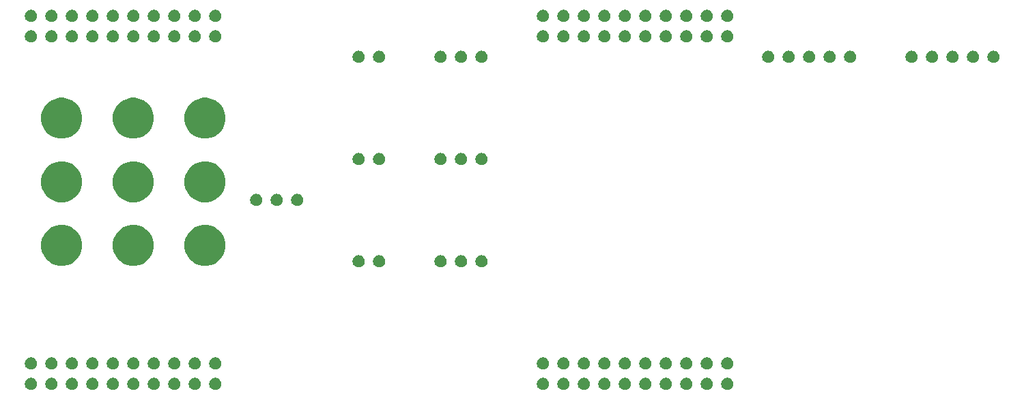
<source format=gbr>
G04 #@! TF.GenerationSoftware,KiCad,Pcbnew,(5.0.2)-1*
G04 #@! TF.CreationDate,2019-03-03T16:13:39-06:00*
G04 #@! TF.ProjectId,ArmDriveBoard_Hardware,41726d44-7269-4766-9542-6f6172645f48,rev?*
G04 #@! TF.SameCoordinates,Original*
G04 #@! TF.FileFunction,Soldermask,Bot*
G04 #@! TF.FilePolarity,Negative*
%FSLAX46Y46*%
G04 Gerber Fmt 4.6, Leading zero omitted, Abs format (unit mm)*
G04 Created by KiCad (PCBNEW (5.0.2)-1) date 3/3/2019 4:13:39 PM*
%MOMM*%
%LPD*%
G01*
G04 APERTURE LIST*
%ADD10C,0.100000*%
G04 APERTURE END LIST*
D10*
G36*
X185641683Y-121189206D02*
X185779992Y-121246495D01*
X185904476Y-121329673D01*
X186010327Y-121435524D01*
X186093505Y-121560008D01*
X186150794Y-121698317D01*
X186180000Y-121845145D01*
X186180000Y-121994855D01*
X186150794Y-122141683D01*
X186093505Y-122279992D01*
X186010327Y-122404476D01*
X185904476Y-122510327D01*
X185779992Y-122593505D01*
X185641683Y-122650794D01*
X185494855Y-122680000D01*
X185345145Y-122680000D01*
X185198317Y-122650794D01*
X185060008Y-122593505D01*
X184935524Y-122510327D01*
X184829673Y-122404476D01*
X184746495Y-122279992D01*
X184689206Y-122141683D01*
X184660000Y-121994855D01*
X184660000Y-121845145D01*
X184689206Y-121698317D01*
X184746495Y-121560008D01*
X184829673Y-121435524D01*
X184935524Y-121329673D01*
X185060008Y-121246495D01*
X185198317Y-121189206D01*
X185345145Y-121160000D01*
X185494855Y-121160000D01*
X185641683Y-121189206D01*
X185641683Y-121189206D01*
G37*
G36*
X208501683Y-121189206D02*
X208639992Y-121246495D01*
X208764476Y-121329673D01*
X208870327Y-121435524D01*
X208953505Y-121560008D01*
X209010794Y-121698317D01*
X209040000Y-121845145D01*
X209040000Y-121994855D01*
X209010794Y-122141683D01*
X208953505Y-122279992D01*
X208870327Y-122404476D01*
X208764476Y-122510327D01*
X208639992Y-122593505D01*
X208501683Y-122650794D01*
X208354855Y-122680000D01*
X208205145Y-122680000D01*
X208058317Y-122650794D01*
X207920008Y-122593505D01*
X207795524Y-122510327D01*
X207689673Y-122404476D01*
X207606495Y-122279992D01*
X207549206Y-122141683D01*
X207520000Y-121994855D01*
X207520000Y-121845145D01*
X207549206Y-121698317D01*
X207606495Y-121560008D01*
X207689673Y-121435524D01*
X207795524Y-121329673D01*
X207920008Y-121246495D01*
X208058317Y-121189206D01*
X208205145Y-121160000D01*
X208354855Y-121160000D01*
X208501683Y-121189206D01*
X208501683Y-121189206D01*
G37*
G36*
X145001683Y-121189206D02*
X145139992Y-121246495D01*
X145264476Y-121329673D01*
X145370327Y-121435524D01*
X145453505Y-121560008D01*
X145510794Y-121698317D01*
X145540000Y-121845145D01*
X145540000Y-121994855D01*
X145510794Y-122141683D01*
X145453505Y-122279992D01*
X145370327Y-122404476D01*
X145264476Y-122510327D01*
X145139992Y-122593505D01*
X145001683Y-122650794D01*
X144854855Y-122680000D01*
X144705145Y-122680000D01*
X144558317Y-122650794D01*
X144420008Y-122593505D01*
X144295524Y-122510327D01*
X144189673Y-122404476D01*
X144106495Y-122279992D01*
X144049206Y-122141683D01*
X144020000Y-121994855D01*
X144020000Y-121845145D01*
X144049206Y-121698317D01*
X144106495Y-121560008D01*
X144189673Y-121435524D01*
X144295524Y-121329673D01*
X144420008Y-121246495D01*
X144558317Y-121189206D01*
X144705145Y-121160000D01*
X144854855Y-121160000D01*
X145001683Y-121189206D01*
X145001683Y-121189206D01*
G37*
G36*
X142461683Y-121189206D02*
X142599992Y-121246495D01*
X142724476Y-121329673D01*
X142830327Y-121435524D01*
X142913505Y-121560008D01*
X142970794Y-121698317D01*
X143000000Y-121845145D01*
X143000000Y-121994855D01*
X142970794Y-122141683D01*
X142913505Y-122279992D01*
X142830327Y-122404476D01*
X142724476Y-122510327D01*
X142599992Y-122593505D01*
X142461683Y-122650794D01*
X142314855Y-122680000D01*
X142165145Y-122680000D01*
X142018317Y-122650794D01*
X141880008Y-122593505D01*
X141755524Y-122510327D01*
X141649673Y-122404476D01*
X141566495Y-122279992D01*
X141509206Y-122141683D01*
X141480000Y-121994855D01*
X141480000Y-121845145D01*
X141509206Y-121698317D01*
X141566495Y-121560008D01*
X141649673Y-121435524D01*
X141755524Y-121329673D01*
X141880008Y-121246495D01*
X142018317Y-121189206D01*
X142165145Y-121160000D01*
X142314855Y-121160000D01*
X142461683Y-121189206D01*
X142461683Y-121189206D01*
G37*
G36*
X139921683Y-121189206D02*
X140059992Y-121246495D01*
X140184476Y-121329673D01*
X140290327Y-121435524D01*
X140373505Y-121560008D01*
X140430794Y-121698317D01*
X140460000Y-121845145D01*
X140460000Y-121994855D01*
X140430794Y-122141683D01*
X140373505Y-122279992D01*
X140290327Y-122404476D01*
X140184476Y-122510327D01*
X140059992Y-122593505D01*
X139921683Y-122650794D01*
X139774855Y-122680000D01*
X139625145Y-122680000D01*
X139478317Y-122650794D01*
X139340008Y-122593505D01*
X139215524Y-122510327D01*
X139109673Y-122404476D01*
X139026495Y-122279992D01*
X138969206Y-122141683D01*
X138940000Y-121994855D01*
X138940000Y-121845145D01*
X138969206Y-121698317D01*
X139026495Y-121560008D01*
X139109673Y-121435524D01*
X139215524Y-121329673D01*
X139340008Y-121246495D01*
X139478317Y-121189206D01*
X139625145Y-121160000D01*
X139774855Y-121160000D01*
X139921683Y-121189206D01*
X139921683Y-121189206D01*
G37*
G36*
X137381683Y-121189206D02*
X137519992Y-121246495D01*
X137644476Y-121329673D01*
X137750327Y-121435524D01*
X137833505Y-121560008D01*
X137890794Y-121698317D01*
X137920000Y-121845145D01*
X137920000Y-121994855D01*
X137890794Y-122141683D01*
X137833505Y-122279992D01*
X137750327Y-122404476D01*
X137644476Y-122510327D01*
X137519992Y-122593505D01*
X137381683Y-122650794D01*
X137234855Y-122680000D01*
X137085145Y-122680000D01*
X136938317Y-122650794D01*
X136800008Y-122593505D01*
X136675524Y-122510327D01*
X136569673Y-122404476D01*
X136486495Y-122279992D01*
X136429206Y-122141683D01*
X136400000Y-121994855D01*
X136400000Y-121845145D01*
X136429206Y-121698317D01*
X136486495Y-121560008D01*
X136569673Y-121435524D01*
X136675524Y-121329673D01*
X136800008Y-121246495D01*
X136938317Y-121189206D01*
X137085145Y-121160000D01*
X137234855Y-121160000D01*
X137381683Y-121189206D01*
X137381683Y-121189206D01*
G37*
G36*
X134841683Y-121189206D02*
X134979992Y-121246495D01*
X135104476Y-121329673D01*
X135210327Y-121435524D01*
X135293505Y-121560008D01*
X135350794Y-121698317D01*
X135380000Y-121845145D01*
X135380000Y-121994855D01*
X135350794Y-122141683D01*
X135293505Y-122279992D01*
X135210327Y-122404476D01*
X135104476Y-122510327D01*
X134979992Y-122593505D01*
X134841683Y-122650794D01*
X134694855Y-122680000D01*
X134545145Y-122680000D01*
X134398317Y-122650794D01*
X134260008Y-122593505D01*
X134135524Y-122510327D01*
X134029673Y-122404476D01*
X133946495Y-122279992D01*
X133889206Y-122141683D01*
X133860000Y-121994855D01*
X133860000Y-121845145D01*
X133889206Y-121698317D01*
X133946495Y-121560008D01*
X134029673Y-121435524D01*
X134135524Y-121329673D01*
X134260008Y-121246495D01*
X134398317Y-121189206D01*
X134545145Y-121160000D01*
X134694855Y-121160000D01*
X134841683Y-121189206D01*
X134841683Y-121189206D01*
G37*
G36*
X132301683Y-121189206D02*
X132439992Y-121246495D01*
X132564476Y-121329673D01*
X132670327Y-121435524D01*
X132753505Y-121560008D01*
X132810794Y-121698317D01*
X132840000Y-121845145D01*
X132840000Y-121994855D01*
X132810794Y-122141683D01*
X132753505Y-122279992D01*
X132670327Y-122404476D01*
X132564476Y-122510327D01*
X132439992Y-122593505D01*
X132301683Y-122650794D01*
X132154855Y-122680000D01*
X132005145Y-122680000D01*
X131858317Y-122650794D01*
X131720008Y-122593505D01*
X131595524Y-122510327D01*
X131489673Y-122404476D01*
X131406495Y-122279992D01*
X131349206Y-122141683D01*
X131320000Y-121994855D01*
X131320000Y-121845145D01*
X131349206Y-121698317D01*
X131406495Y-121560008D01*
X131489673Y-121435524D01*
X131595524Y-121329673D01*
X131720008Y-121246495D01*
X131858317Y-121189206D01*
X132005145Y-121160000D01*
X132154855Y-121160000D01*
X132301683Y-121189206D01*
X132301683Y-121189206D01*
G37*
G36*
X129761683Y-121189206D02*
X129899992Y-121246495D01*
X130024476Y-121329673D01*
X130130327Y-121435524D01*
X130213505Y-121560008D01*
X130270794Y-121698317D01*
X130300000Y-121845145D01*
X130300000Y-121994855D01*
X130270794Y-122141683D01*
X130213505Y-122279992D01*
X130130327Y-122404476D01*
X130024476Y-122510327D01*
X129899992Y-122593505D01*
X129761683Y-122650794D01*
X129614855Y-122680000D01*
X129465145Y-122680000D01*
X129318317Y-122650794D01*
X129180008Y-122593505D01*
X129055524Y-122510327D01*
X128949673Y-122404476D01*
X128866495Y-122279992D01*
X128809206Y-122141683D01*
X128780000Y-121994855D01*
X128780000Y-121845145D01*
X128809206Y-121698317D01*
X128866495Y-121560008D01*
X128949673Y-121435524D01*
X129055524Y-121329673D01*
X129180008Y-121246495D01*
X129318317Y-121189206D01*
X129465145Y-121160000D01*
X129614855Y-121160000D01*
X129761683Y-121189206D01*
X129761683Y-121189206D01*
G37*
G36*
X127221683Y-121189206D02*
X127359992Y-121246495D01*
X127484476Y-121329673D01*
X127590327Y-121435524D01*
X127673505Y-121560008D01*
X127730794Y-121698317D01*
X127760000Y-121845145D01*
X127760000Y-121994855D01*
X127730794Y-122141683D01*
X127673505Y-122279992D01*
X127590327Y-122404476D01*
X127484476Y-122510327D01*
X127359992Y-122593505D01*
X127221683Y-122650794D01*
X127074855Y-122680000D01*
X126925145Y-122680000D01*
X126778317Y-122650794D01*
X126640008Y-122593505D01*
X126515524Y-122510327D01*
X126409673Y-122404476D01*
X126326495Y-122279992D01*
X126269206Y-122141683D01*
X126240000Y-121994855D01*
X126240000Y-121845145D01*
X126269206Y-121698317D01*
X126326495Y-121560008D01*
X126409673Y-121435524D01*
X126515524Y-121329673D01*
X126640008Y-121246495D01*
X126778317Y-121189206D01*
X126925145Y-121160000D01*
X127074855Y-121160000D01*
X127221683Y-121189206D01*
X127221683Y-121189206D01*
G37*
G36*
X124681683Y-121189206D02*
X124819992Y-121246495D01*
X124944476Y-121329673D01*
X125050327Y-121435524D01*
X125133505Y-121560008D01*
X125190794Y-121698317D01*
X125220000Y-121845145D01*
X125220000Y-121994855D01*
X125190794Y-122141683D01*
X125133505Y-122279992D01*
X125050327Y-122404476D01*
X124944476Y-122510327D01*
X124819992Y-122593505D01*
X124681683Y-122650794D01*
X124534855Y-122680000D01*
X124385145Y-122680000D01*
X124238317Y-122650794D01*
X124100008Y-122593505D01*
X123975524Y-122510327D01*
X123869673Y-122404476D01*
X123786495Y-122279992D01*
X123729206Y-122141683D01*
X123700000Y-121994855D01*
X123700000Y-121845145D01*
X123729206Y-121698317D01*
X123786495Y-121560008D01*
X123869673Y-121435524D01*
X123975524Y-121329673D01*
X124100008Y-121246495D01*
X124238317Y-121189206D01*
X124385145Y-121160000D01*
X124534855Y-121160000D01*
X124681683Y-121189206D01*
X124681683Y-121189206D01*
G37*
G36*
X203421683Y-121189206D02*
X203559992Y-121246495D01*
X203684476Y-121329673D01*
X203790327Y-121435524D01*
X203873505Y-121560008D01*
X203930794Y-121698317D01*
X203960000Y-121845145D01*
X203960000Y-121994855D01*
X203930794Y-122141683D01*
X203873505Y-122279992D01*
X203790327Y-122404476D01*
X203684476Y-122510327D01*
X203559992Y-122593505D01*
X203421683Y-122650794D01*
X203274855Y-122680000D01*
X203125145Y-122680000D01*
X202978317Y-122650794D01*
X202840008Y-122593505D01*
X202715524Y-122510327D01*
X202609673Y-122404476D01*
X202526495Y-122279992D01*
X202469206Y-122141683D01*
X202440000Y-121994855D01*
X202440000Y-121845145D01*
X202469206Y-121698317D01*
X202526495Y-121560008D01*
X202609673Y-121435524D01*
X202715524Y-121329673D01*
X202840008Y-121246495D01*
X202978317Y-121189206D01*
X203125145Y-121160000D01*
X203274855Y-121160000D01*
X203421683Y-121189206D01*
X203421683Y-121189206D01*
G37*
G36*
X198341683Y-121189206D02*
X198479992Y-121246495D01*
X198604476Y-121329673D01*
X198710327Y-121435524D01*
X198793505Y-121560008D01*
X198850794Y-121698317D01*
X198880000Y-121845145D01*
X198880000Y-121994855D01*
X198850794Y-122141683D01*
X198793505Y-122279992D01*
X198710327Y-122404476D01*
X198604476Y-122510327D01*
X198479992Y-122593505D01*
X198341683Y-122650794D01*
X198194855Y-122680000D01*
X198045145Y-122680000D01*
X197898317Y-122650794D01*
X197760008Y-122593505D01*
X197635524Y-122510327D01*
X197529673Y-122404476D01*
X197446495Y-122279992D01*
X197389206Y-122141683D01*
X197360000Y-121994855D01*
X197360000Y-121845145D01*
X197389206Y-121698317D01*
X197446495Y-121560008D01*
X197529673Y-121435524D01*
X197635524Y-121329673D01*
X197760008Y-121246495D01*
X197898317Y-121189206D01*
X198045145Y-121160000D01*
X198194855Y-121160000D01*
X198341683Y-121189206D01*
X198341683Y-121189206D01*
G37*
G36*
X195801683Y-121189206D02*
X195939992Y-121246495D01*
X196064476Y-121329673D01*
X196170327Y-121435524D01*
X196253505Y-121560008D01*
X196310794Y-121698317D01*
X196340000Y-121845145D01*
X196340000Y-121994855D01*
X196310794Y-122141683D01*
X196253505Y-122279992D01*
X196170327Y-122404476D01*
X196064476Y-122510327D01*
X195939992Y-122593505D01*
X195801683Y-122650794D01*
X195654855Y-122680000D01*
X195505145Y-122680000D01*
X195358317Y-122650794D01*
X195220008Y-122593505D01*
X195095524Y-122510327D01*
X194989673Y-122404476D01*
X194906495Y-122279992D01*
X194849206Y-122141683D01*
X194820000Y-121994855D01*
X194820000Y-121845145D01*
X194849206Y-121698317D01*
X194906495Y-121560008D01*
X194989673Y-121435524D01*
X195095524Y-121329673D01*
X195220008Y-121246495D01*
X195358317Y-121189206D01*
X195505145Y-121160000D01*
X195654855Y-121160000D01*
X195801683Y-121189206D01*
X195801683Y-121189206D01*
G37*
G36*
X193261683Y-121189206D02*
X193399992Y-121246495D01*
X193524476Y-121329673D01*
X193630327Y-121435524D01*
X193713505Y-121560008D01*
X193770794Y-121698317D01*
X193800000Y-121845145D01*
X193800000Y-121994855D01*
X193770794Y-122141683D01*
X193713505Y-122279992D01*
X193630327Y-122404476D01*
X193524476Y-122510327D01*
X193399992Y-122593505D01*
X193261683Y-122650794D01*
X193114855Y-122680000D01*
X192965145Y-122680000D01*
X192818317Y-122650794D01*
X192680008Y-122593505D01*
X192555524Y-122510327D01*
X192449673Y-122404476D01*
X192366495Y-122279992D01*
X192309206Y-122141683D01*
X192280000Y-121994855D01*
X192280000Y-121845145D01*
X192309206Y-121698317D01*
X192366495Y-121560008D01*
X192449673Y-121435524D01*
X192555524Y-121329673D01*
X192680008Y-121246495D01*
X192818317Y-121189206D01*
X192965145Y-121160000D01*
X193114855Y-121160000D01*
X193261683Y-121189206D01*
X193261683Y-121189206D01*
G37*
G36*
X190721683Y-121189206D02*
X190859992Y-121246495D01*
X190984476Y-121329673D01*
X191090327Y-121435524D01*
X191173505Y-121560008D01*
X191230794Y-121698317D01*
X191260000Y-121845145D01*
X191260000Y-121994855D01*
X191230794Y-122141683D01*
X191173505Y-122279992D01*
X191090327Y-122404476D01*
X190984476Y-122510327D01*
X190859992Y-122593505D01*
X190721683Y-122650794D01*
X190574855Y-122680000D01*
X190425145Y-122680000D01*
X190278317Y-122650794D01*
X190140008Y-122593505D01*
X190015524Y-122510327D01*
X189909673Y-122404476D01*
X189826495Y-122279992D01*
X189769206Y-122141683D01*
X189740000Y-121994855D01*
X189740000Y-121845145D01*
X189769206Y-121698317D01*
X189826495Y-121560008D01*
X189909673Y-121435524D01*
X190015524Y-121329673D01*
X190140008Y-121246495D01*
X190278317Y-121189206D01*
X190425145Y-121160000D01*
X190574855Y-121160000D01*
X190721683Y-121189206D01*
X190721683Y-121189206D01*
G37*
G36*
X188181683Y-121189206D02*
X188319992Y-121246495D01*
X188444476Y-121329673D01*
X188550327Y-121435524D01*
X188633505Y-121560008D01*
X188690794Y-121698317D01*
X188720000Y-121845145D01*
X188720000Y-121994855D01*
X188690794Y-122141683D01*
X188633505Y-122279992D01*
X188550327Y-122404476D01*
X188444476Y-122510327D01*
X188319992Y-122593505D01*
X188181683Y-122650794D01*
X188034855Y-122680000D01*
X187885145Y-122680000D01*
X187738317Y-122650794D01*
X187600008Y-122593505D01*
X187475524Y-122510327D01*
X187369673Y-122404476D01*
X187286495Y-122279992D01*
X187229206Y-122141683D01*
X187200000Y-121994855D01*
X187200000Y-121845145D01*
X187229206Y-121698317D01*
X187286495Y-121560008D01*
X187369673Y-121435524D01*
X187475524Y-121329673D01*
X187600008Y-121246495D01*
X187738317Y-121189206D01*
X187885145Y-121160000D01*
X188034855Y-121160000D01*
X188181683Y-121189206D01*
X188181683Y-121189206D01*
G37*
G36*
X205961683Y-121189206D02*
X206099992Y-121246495D01*
X206224476Y-121329673D01*
X206330327Y-121435524D01*
X206413505Y-121560008D01*
X206470794Y-121698317D01*
X206500000Y-121845145D01*
X206500000Y-121994855D01*
X206470794Y-122141683D01*
X206413505Y-122279992D01*
X206330327Y-122404476D01*
X206224476Y-122510327D01*
X206099992Y-122593505D01*
X205961683Y-122650794D01*
X205814855Y-122680000D01*
X205665145Y-122680000D01*
X205518317Y-122650794D01*
X205380008Y-122593505D01*
X205255524Y-122510327D01*
X205149673Y-122404476D01*
X205066495Y-122279992D01*
X205009206Y-122141683D01*
X204980000Y-121994855D01*
X204980000Y-121845145D01*
X205009206Y-121698317D01*
X205066495Y-121560008D01*
X205149673Y-121435524D01*
X205255524Y-121329673D01*
X205380008Y-121246495D01*
X205518317Y-121189206D01*
X205665145Y-121160000D01*
X205814855Y-121160000D01*
X205961683Y-121189206D01*
X205961683Y-121189206D01*
G37*
G36*
X200881683Y-121189206D02*
X201019992Y-121246495D01*
X201144476Y-121329673D01*
X201250327Y-121435524D01*
X201333505Y-121560008D01*
X201390794Y-121698317D01*
X201420000Y-121845145D01*
X201420000Y-121994855D01*
X201390794Y-122141683D01*
X201333505Y-122279992D01*
X201250327Y-122404476D01*
X201144476Y-122510327D01*
X201019992Y-122593505D01*
X200881683Y-122650794D01*
X200734855Y-122680000D01*
X200585145Y-122680000D01*
X200438317Y-122650794D01*
X200300008Y-122593505D01*
X200175524Y-122510327D01*
X200069673Y-122404476D01*
X199986495Y-122279992D01*
X199929206Y-122141683D01*
X199900000Y-121994855D01*
X199900000Y-121845145D01*
X199929206Y-121698317D01*
X199986495Y-121560008D01*
X200069673Y-121435524D01*
X200175524Y-121329673D01*
X200300008Y-121246495D01*
X200438317Y-121189206D01*
X200585145Y-121160000D01*
X200734855Y-121160000D01*
X200881683Y-121189206D01*
X200881683Y-121189206D01*
G37*
G36*
X122141683Y-121189206D02*
X122279992Y-121246495D01*
X122404476Y-121329673D01*
X122510327Y-121435524D01*
X122593505Y-121560008D01*
X122650794Y-121698317D01*
X122680000Y-121845145D01*
X122680000Y-121994855D01*
X122650794Y-122141683D01*
X122593505Y-122279992D01*
X122510327Y-122404476D01*
X122404476Y-122510327D01*
X122279992Y-122593505D01*
X122141683Y-122650794D01*
X121994855Y-122680000D01*
X121845145Y-122680000D01*
X121698317Y-122650794D01*
X121560008Y-122593505D01*
X121435524Y-122510327D01*
X121329673Y-122404476D01*
X121246495Y-122279992D01*
X121189206Y-122141683D01*
X121160000Y-121994855D01*
X121160000Y-121845145D01*
X121189206Y-121698317D01*
X121246495Y-121560008D01*
X121329673Y-121435524D01*
X121435524Y-121329673D01*
X121560008Y-121246495D01*
X121698317Y-121189206D01*
X121845145Y-121160000D01*
X121994855Y-121160000D01*
X122141683Y-121189206D01*
X122141683Y-121189206D01*
G37*
G36*
X127221683Y-118649206D02*
X127359992Y-118706495D01*
X127484476Y-118789673D01*
X127590327Y-118895524D01*
X127673505Y-119020008D01*
X127730794Y-119158317D01*
X127760000Y-119305145D01*
X127760000Y-119454855D01*
X127730794Y-119601683D01*
X127673505Y-119739992D01*
X127590327Y-119864476D01*
X127484476Y-119970327D01*
X127359992Y-120053505D01*
X127221683Y-120110794D01*
X127074855Y-120140000D01*
X126925145Y-120140000D01*
X126778317Y-120110794D01*
X126640008Y-120053505D01*
X126515524Y-119970327D01*
X126409673Y-119864476D01*
X126326495Y-119739992D01*
X126269206Y-119601683D01*
X126240000Y-119454855D01*
X126240000Y-119305145D01*
X126269206Y-119158317D01*
X126326495Y-119020008D01*
X126409673Y-118895524D01*
X126515524Y-118789673D01*
X126640008Y-118706495D01*
X126778317Y-118649206D01*
X126925145Y-118620000D01*
X127074855Y-118620000D01*
X127221683Y-118649206D01*
X127221683Y-118649206D01*
G37*
G36*
X129761683Y-118649206D02*
X129899992Y-118706495D01*
X130024476Y-118789673D01*
X130130327Y-118895524D01*
X130213505Y-119020008D01*
X130270794Y-119158317D01*
X130300000Y-119305145D01*
X130300000Y-119454855D01*
X130270794Y-119601683D01*
X130213505Y-119739992D01*
X130130327Y-119864476D01*
X130024476Y-119970327D01*
X129899992Y-120053505D01*
X129761683Y-120110794D01*
X129614855Y-120140000D01*
X129465145Y-120140000D01*
X129318317Y-120110794D01*
X129180008Y-120053505D01*
X129055524Y-119970327D01*
X128949673Y-119864476D01*
X128866495Y-119739992D01*
X128809206Y-119601683D01*
X128780000Y-119454855D01*
X128780000Y-119305145D01*
X128809206Y-119158317D01*
X128866495Y-119020008D01*
X128949673Y-118895524D01*
X129055524Y-118789673D01*
X129180008Y-118706495D01*
X129318317Y-118649206D01*
X129465145Y-118620000D01*
X129614855Y-118620000D01*
X129761683Y-118649206D01*
X129761683Y-118649206D01*
G37*
G36*
X132301683Y-118649206D02*
X132439992Y-118706495D01*
X132564476Y-118789673D01*
X132670327Y-118895524D01*
X132753505Y-119020008D01*
X132810794Y-119158317D01*
X132840000Y-119305145D01*
X132840000Y-119454855D01*
X132810794Y-119601683D01*
X132753505Y-119739992D01*
X132670327Y-119864476D01*
X132564476Y-119970327D01*
X132439992Y-120053505D01*
X132301683Y-120110794D01*
X132154855Y-120140000D01*
X132005145Y-120140000D01*
X131858317Y-120110794D01*
X131720008Y-120053505D01*
X131595524Y-119970327D01*
X131489673Y-119864476D01*
X131406495Y-119739992D01*
X131349206Y-119601683D01*
X131320000Y-119454855D01*
X131320000Y-119305145D01*
X131349206Y-119158317D01*
X131406495Y-119020008D01*
X131489673Y-118895524D01*
X131595524Y-118789673D01*
X131720008Y-118706495D01*
X131858317Y-118649206D01*
X132005145Y-118620000D01*
X132154855Y-118620000D01*
X132301683Y-118649206D01*
X132301683Y-118649206D01*
G37*
G36*
X134841683Y-118649206D02*
X134979992Y-118706495D01*
X135104476Y-118789673D01*
X135210327Y-118895524D01*
X135293505Y-119020008D01*
X135350794Y-119158317D01*
X135380000Y-119305145D01*
X135380000Y-119454855D01*
X135350794Y-119601683D01*
X135293505Y-119739992D01*
X135210327Y-119864476D01*
X135104476Y-119970327D01*
X134979992Y-120053505D01*
X134841683Y-120110794D01*
X134694855Y-120140000D01*
X134545145Y-120140000D01*
X134398317Y-120110794D01*
X134260008Y-120053505D01*
X134135524Y-119970327D01*
X134029673Y-119864476D01*
X133946495Y-119739992D01*
X133889206Y-119601683D01*
X133860000Y-119454855D01*
X133860000Y-119305145D01*
X133889206Y-119158317D01*
X133946495Y-119020008D01*
X134029673Y-118895524D01*
X134135524Y-118789673D01*
X134260008Y-118706495D01*
X134398317Y-118649206D01*
X134545145Y-118620000D01*
X134694855Y-118620000D01*
X134841683Y-118649206D01*
X134841683Y-118649206D01*
G37*
G36*
X137381683Y-118649206D02*
X137519992Y-118706495D01*
X137644476Y-118789673D01*
X137750327Y-118895524D01*
X137833505Y-119020008D01*
X137890794Y-119158317D01*
X137920000Y-119305145D01*
X137920000Y-119454855D01*
X137890794Y-119601683D01*
X137833505Y-119739992D01*
X137750327Y-119864476D01*
X137644476Y-119970327D01*
X137519992Y-120053505D01*
X137381683Y-120110794D01*
X137234855Y-120140000D01*
X137085145Y-120140000D01*
X136938317Y-120110794D01*
X136800008Y-120053505D01*
X136675524Y-119970327D01*
X136569673Y-119864476D01*
X136486495Y-119739992D01*
X136429206Y-119601683D01*
X136400000Y-119454855D01*
X136400000Y-119305145D01*
X136429206Y-119158317D01*
X136486495Y-119020008D01*
X136569673Y-118895524D01*
X136675524Y-118789673D01*
X136800008Y-118706495D01*
X136938317Y-118649206D01*
X137085145Y-118620000D01*
X137234855Y-118620000D01*
X137381683Y-118649206D01*
X137381683Y-118649206D01*
G37*
G36*
X139921683Y-118649206D02*
X140059992Y-118706495D01*
X140184476Y-118789673D01*
X140290327Y-118895524D01*
X140373505Y-119020008D01*
X140430794Y-119158317D01*
X140460000Y-119305145D01*
X140460000Y-119454855D01*
X140430794Y-119601683D01*
X140373505Y-119739992D01*
X140290327Y-119864476D01*
X140184476Y-119970327D01*
X140059992Y-120053505D01*
X139921683Y-120110794D01*
X139774855Y-120140000D01*
X139625145Y-120140000D01*
X139478317Y-120110794D01*
X139340008Y-120053505D01*
X139215524Y-119970327D01*
X139109673Y-119864476D01*
X139026495Y-119739992D01*
X138969206Y-119601683D01*
X138940000Y-119454855D01*
X138940000Y-119305145D01*
X138969206Y-119158317D01*
X139026495Y-119020008D01*
X139109673Y-118895524D01*
X139215524Y-118789673D01*
X139340008Y-118706495D01*
X139478317Y-118649206D01*
X139625145Y-118620000D01*
X139774855Y-118620000D01*
X139921683Y-118649206D01*
X139921683Y-118649206D01*
G37*
G36*
X142461683Y-118649206D02*
X142599992Y-118706495D01*
X142724476Y-118789673D01*
X142830327Y-118895524D01*
X142913505Y-119020008D01*
X142970794Y-119158317D01*
X143000000Y-119305145D01*
X143000000Y-119454855D01*
X142970794Y-119601683D01*
X142913505Y-119739992D01*
X142830327Y-119864476D01*
X142724476Y-119970327D01*
X142599992Y-120053505D01*
X142461683Y-120110794D01*
X142314855Y-120140000D01*
X142165145Y-120140000D01*
X142018317Y-120110794D01*
X141880008Y-120053505D01*
X141755524Y-119970327D01*
X141649673Y-119864476D01*
X141566495Y-119739992D01*
X141509206Y-119601683D01*
X141480000Y-119454855D01*
X141480000Y-119305145D01*
X141509206Y-119158317D01*
X141566495Y-119020008D01*
X141649673Y-118895524D01*
X141755524Y-118789673D01*
X141880008Y-118706495D01*
X142018317Y-118649206D01*
X142165145Y-118620000D01*
X142314855Y-118620000D01*
X142461683Y-118649206D01*
X142461683Y-118649206D01*
G37*
G36*
X205961683Y-118649206D02*
X206099992Y-118706495D01*
X206224476Y-118789673D01*
X206330327Y-118895524D01*
X206413505Y-119020008D01*
X206470794Y-119158317D01*
X206500000Y-119305145D01*
X206500000Y-119454855D01*
X206470794Y-119601683D01*
X206413505Y-119739992D01*
X206330327Y-119864476D01*
X206224476Y-119970327D01*
X206099992Y-120053505D01*
X205961683Y-120110794D01*
X205814855Y-120140000D01*
X205665145Y-120140000D01*
X205518317Y-120110794D01*
X205380008Y-120053505D01*
X205255524Y-119970327D01*
X205149673Y-119864476D01*
X205066495Y-119739992D01*
X205009206Y-119601683D01*
X204980000Y-119454855D01*
X204980000Y-119305145D01*
X205009206Y-119158317D01*
X205066495Y-119020008D01*
X205149673Y-118895524D01*
X205255524Y-118789673D01*
X205380008Y-118706495D01*
X205518317Y-118649206D01*
X205665145Y-118620000D01*
X205814855Y-118620000D01*
X205961683Y-118649206D01*
X205961683Y-118649206D01*
G37*
G36*
X195801683Y-118649206D02*
X195939992Y-118706495D01*
X196064476Y-118789673D01*
X196170327Y-118895524D01*
X196253505Y-119020008D01*
X196310794Y-119158317D01*
X196340000Y-119305145D01*
X196340000Y-119454855D01*
X196310794Y-119601683D01*
X196253505Y-119739992D01*
X196170327Y-119864476D01*
X196064476Y-119970327D01*
X195939992Y-120053505D01*
X195801683Y-120110794D01*
X195654855Y-120140000D01*
X195505145Y-120140000D01*
X195358317Y-120110794D01*
X195220008Y-120053505D01*
X195095524Y-119970327D01*
X194989673Y-119864476D01*
X194906495Y-119739992D01*
X194849206Y-119601683D01*
X194820000Y-119454855D01*
X194820000Y-119305145D01*
X194849206Y-119158317D01*
X194906495Y-119020008D01*
X194989673Y-118895524D01*
X195095524Y-118789673D01*
X195220008Y-118706495D01*
X195358317Y-118649206D01*
X195505145Y-118620000D01*
X195654855Y-118620000D01*
X195801683Y-118649206D01*
X195801683Y-118649206D01*
G37*
G36*
X145001683Y-118649206D02*
X145139992Y-118706495D01*
X145264476Y-118789673D01*
X145370327Y-118895524D01*
X145453505Y-119020008D01*
X145510794Y-119158317D01*
X145540000Y-119305145D01*
X145540000Y-119454855D01*
X145510794Y-119601683D01*
X145453505Y-119739992D01*
X145370327Y-119864476D01*
X145264476Y-119970327D01*
X145139992Y-120053505D01*
X145001683Y-120110794D01*
X144854855Y-120140000D01*
X144705145Y-120140000D01*
X144558317Y-120110794D01*
X144420008Y-120053505D01*
X144295524Y-119970327D01*
X144189673Y-119864476D01*
X144106495Y-119739992D01*
X144049206Y-119601683D01*
X144020000Y-119454855D01*
X144020000Y-119305145D01*
X144049206Y-119158317D01*
X144106495Y-119020008D01*
X144189673Y-118895524D01*
X144295524Y-118789673D01*
X144420008Y-118706495D01*
X144558317Y-118649206D01*
X144705145Y-118620000D01*
X144854855Y-118620000D01*
X145001683Y-118649206D01*
X145001683Y-118649206D01*
G37*
G36*
X122141683Y-118649206D02*
X122279992Y-118706495D01*
X122404476Y-118789673D01*
X122510327Y-118895524D01*
X122593505Y-119020008D01*
X122650794Y-119158317D01*
X122680000Y-119305145D01*
X122680000Y-119454855D01*
X122650794Y-119601683D01*
X122593505Y-119739992D01*
X122510327Y-119864476D01*
X122404476Y-119970327D01*
X122279992Y-120053505D01*
X122141683Y-120110794D01*
X121994855Y-120140000D01*
X121845145Y-120140000D01*
X121698317Y-120110794D01*
X121560008Y-120053505D01*
X121435524Y-119970327D01*
X121329673Y-119864476D01*
X121246495Y-119739992D01*
X121189206Y-119601683D01*
X121160000Y-119454855D01*
X121160000Y-119305145D01*
X121189206Y-119158317D01*
X121246495Y-119020008D01*
X121329673Y-118895524D01*
X121435524Y-118789673D01*
X121560008Y-118706495D01*
X121698317Y-118649206D01*
X121845145Y-118620000D01*
X121994855Y-118620000D01*
X122141683Y-118649206D01*
X122141683Y-118649206D01*
G37*
G36*
X203421683Y-118649206D02*
X203559992Y-118706495D01*
X203684476Y-118789673D01*
X203790327Y-118895524D01*
X203873505Y-119020008D01*
X203930794Y-119158317D01*
X203960000Y-119305145D01*
X203960000Y-119454855D01*
X203930794Y-119601683D01*
X203873505Y-119739992D01*
X203790327Y-119864476D01*
X203684476Y-119970327D01*
X203559992Y-120053505D01*
X203421683Y-120110794D01*
X203274855Y-120140000D01*
X203125145Y-120140000D01*
X202978317Y-120110794D01*
X202840008Y-120053505D01*
X202715524Y-119970327D01*
X202609673Y-119864476D01*
X202526495Y-119739992D01*
X202469206Y-119601683D01*
X202440000Y-119454855D01*
X202440000Y-119305145D01*
X202469206Y-119158317D01*
X202526495Y-119020008D01*
X202609673Y-118895524D01*
X202715524Y-118789673D01*
X202840008Y-118706495D01*
X202978317Y-118649206D01*
X203125145Y-118620000D01*
X203274855Y-118620000D01*
X203421683Y-118649206D01*
X203421683Y-118649206D01*
G37*
G36*
X198341683Y-118649206D02*
X198479992Y-118706495D01*
X198604476Y-118789673D01*
X198710327Y-118895524D01*
X198793505Y-119020008D01*
X198850794Y-119158317D01*
X198880000Y-119305145D01*
X198880000Y-119454855D01*
X198850794Y-119601683D01*
X198793505Y-119739992D01*
X198710327Y-119864476D01*
X198604476Y-119970327D01*
X198479992Y-120053505D01*
X198341683Y-120110794D01*
X198194855Y-120140000D01*
X198045145Y-120140000D01*
X197898317Y-120110794D01*
X197760008Y-120053505D01*
X197635524Y-119970327D01*
X197529673Y-119864476D01*
X197446495Y-119739992D01*
X197389206Y-119601683D01*
X197360000Y-119454855D01*
X197360000Y-119305145D01*
X197389206Y-119158317D01*
X197446495Y-119020008D01*
X197529673Y-118895524D01*
X197635524Y-118789673D01*
X197760008Y-118706495D01*
X197898317Y-118649206D01*
X198045145Y-118620000D01*
X198194855Y-118620000D01*
X198341683Y-118649206D01*
X198341683Y-118649206D01*
G37*
G36*
X185641683Y-118649206D02*
X185779992Y-118706495D01*
X185904476Y-118789673D01*
X186010327Y-118895524D01*
X186093505Y-119020008D01*
X186150794Y-119158317D01*
X186180000Y-119305145D01*
X186180000Y-119454855D01*
X186150794Y-119601683D01*
X186093505Y-119739992D01*
X186010327Y-119864476D01*
X185904476Y-119970327D01*
X185779992Y-120053505D01*
X185641683Y-120110794D01*
X185494855Y-120140000D01*
X185345145Y-120140000D01*
X185198317Y-120110794D01*
X185060008Y-120053505D01*
X184935524Y-119970327D01*
X184829673Y-119864476D01*
X184746495Y-119739992D01*
X184689206Y-119601683D01*
X184660000Y-119454855D01*
X184660000Y-119305145D01*
X184689206Y-119158317D01*
X184746495Y-119020008D01*
X184829673Y-118895524D01*
X184935524Y-118789673D01*
X185060008Y-118706495D01*
X185198317Y-118649206D01*
X185345145Y-118620000D01*
X185494855Y-118620000D01*
X185641683Y-118649206D01*
X185641683Y-118649206D01*
G37*
G36*
X188181683Y-118649206D02*
X188319992Y-118706495D01*
X188444476Y-118789673D01*
X188550327Y-118895524D01*
X188633505Y-119020008D01*
X188690794Y-119158317D01*
X188720000Y-119305145D01*
X188720000Y-119454855D01*
X188690794Y-119601683D01*
X188633505Y-119739992D01*
X188550327Y-119864476D01*
X188444476Y-119970327D01*
X188319992Y-120053505D01*
X188181683Y-120110794D01*
X188034855Y-120140000D01*
X187885145Y-120140000D01*
X187738317Y-120110794D01*
X187600008Y-120053505D01*
X187475524Y-119970327D01*
X187369673Y-119864476D01*
X187286495Y-119739992D01*
X187229206Y-119601683D01*
X187200000Y-119454855D01*
X187200000Y-119305145D01*
X187229206Y-119158317D01*
X187286495Y-119020008D01*
X187369673Y-118895524D01*
X187475524Y-118789673D01*
X187600008Y-118706495D01*
X187738317Y-118649206D01*
X187885145Y-118620000D01*
X188034855Y-118620000D01*
X188181683Y-118649206D01*
X188181683Y-118649206D01*
G37*
G36*
X190721683Y-118649206D02*
X190859992Y-118706495D01*
X190984476Y-118789673D01*
X191090327Y-118895524D01*
X191173505Y-119020008D01*
X191230794Y-119158317D01*
X191260000Y-119305145D01*
X191260000Y-119454855D01*
X191230794Y-119601683D01*
X191173505Y-119739992D01*
X191090327Y-119864476D01*
X190984476Y-119970327D01*
X190859992Y-120053505D01*
X190721683Y-120110794D01*
X190574855Y-120140000D01*
X190425145Y-120140000D01*
X190278317Y-120110794D01*
X190140008Y-120053505D01*
X190015524Y-119970327D01*
X189909673Y-119864476D01*
X189826495Y-119739992D01*
X189769206Y-119601683D01*
X189740000Y-119454855D01*
X189740000Y-119305145D01*
X189769206Y-119158317D01*
X189826495Y-119020008D01*
X189909673Y-118895524D01*
X190015524Y-118789673D01*
X190140008Y-118706495D01*
X190278317Y-118649206D01*
X190425145Y-118620000D01*
X190574855Y-118620000D01*
X190721683Y-118649206D01*
X190721683Y-118649206D01*
G37*
G36*
X193261683Y-118649206D02*
X193399992Y-118706495D01*
X193524476Y-118789673D01*
X193630327Y-118895524D01*
X193713505Y-119020008D01*
X193770794Y-119158317D01*
X193800000Y-119305145D01*
X193800000Y-119454855D01*
X193770794Y-119601683D01*
X193713505Y-119739992D01*
X193630327Y-119864476D01*
X193524476Y-119970327D01*
X193399992Y-120053505D01*
X193261683Y-120110794D01*
X193114855Y-120140000D01*
X192965145Y-120140000D01*
X192818317Y-120110794D01*
X192680008Y-120053505D01*
X192555524Y-119970327D01*
X192449673Y-119864476D01*
X192366495Y-119739992D01*
X192309206Y-119601683D01*
X192280000Y-119454855D01*
X192280000Y-119305145D01*
X192309206Y-119158317D01*
X192366495Y-119020008D01*
X192449673Y-118895524D01*
X192555524Y-118789673D01*
X192680008Y-118706495D01*
X192818317Y-118649206D01*
X192965145Y-118620000D01*
X193114855Y-118620000D01*
X193261683Y-118649206D01*
X193261683Y-118649206D01*
G37*
G36*
X200881683Y-118649206D02*
X201019992Y-118706495D01*
X201144476Y-118789673D01*
X201250327Y-118895524D01*
X201333505Y-119020008D01*
X201390794Y-119158317D01*
X201420000Y-119305145D01*
X201420000Y-119454855D01*
X201390794Y-119601683D01*
X201333505Y-119739992D01*
X201250327Y-119864476D01*
X201144476Y-119970327D01*
X201019992Y-120053505D01*
X200881683Y-120110794D01*
X200734855Y-120140000D01*
X200585145Y-120140000D01*
X200438317Y-120110794D01*
X200300008Y-120053505D01*
X200175524Y-119970327D01*
X200069673Y-119864476D01*
X199986495Y-119739992D01*
X199929206Y-119601683D01*
X199900000Y-119454855D01*
X199900000Y-119305145D01*
X199929206Y-119158317D01*
X199986495Y-119020008D01*
X200069673Y-118895524D01*
X200175524Y-118789673D01*
X200300008Y-118706495D01*
X200438317Y-118649206D01*
X200585145Y-118620000D01*
X200734855Y-118620000D01*
X200881683Y-118649206D01*
X200881683Y-118649206D01*
G37*
G36*
X208501683Y-118649206D02*
X208639992Y-118706495D01*
X208764476Y-118789673D01*
X208870327Y-118895524D01*
X208953505Y-119020008D01*
X209010794Y-119158317D01*
X209040000Y-119305145D01*
X209040000Y-119454855D01*
X209010794Y-119601683D01*
X208953505Y-119739992D01*
X208870327Y-119864476D01*
X208764476Y-119970327D01*
X208639992Y-120053505D01*
X208501683Y-120110794D01*
X208354855Y-120140000D01*
X208205145Y-120140000D01*
X208058317Y-120110794D01*
X207920008Y-120053505D01*
X207795524Y-119970327D01*
X207689673Y-119864476D01*
X207606495Y-119739992D01*
X207549206Y-119601683D01*
X207520000Y-119454855D01*
X207520000Y-119305145D01*
X207549206Y-119158317D01*
X207606495Y-119020008D01*
X207689673Y-118895524D01*
X207795524Y-118789673D01*
X207920008Y-118706495D01*
X208058317Y-118649206D01*
X208205145Y-118620000D01*
X208354855Y-118620000D01*
X208501683Y-118649206D01*
X208501683Y-118649206D01*
G37*
G36*
X124681683Y-118649206D02*
X124819992Y-118706495D01*
X124944476Y-118789673D01*
X125050327Y-118895524D01*
X125133505Y-119020008D01*
X125190794Y-119158317D01*
X125220000Y-119305145D01*
X125220000Y-119454855D01*
X125190794Y-119601683D01*
X125133505Y-119739992D01*
X125050327Y-119864476D01*
X124944476Y-119970327D01*
X124819992Y-120053505D01*
X124681683Y-120110794D01*
X124534855Y-120140000D01*
X124385145Y-120140000D01*
X124238317Y-120110794D01*
X124100008Y-120053505D01*
X123975524Y-119970327D01*
X123869673Y-119864476D01*
X123786495Y-119739992D01*
X123729206Y-119601683D01*
X123700000Y-119454855D01*
X123700000Y-119305145D01*
X123729206Y-119158317D01*
X123786495Y-119020008D01*
X123869673Y-118895524D01*
X123975524Y-118789673D01*
X124100008Y-118706495D01*
X124238317Y-118649206D01*
X124385145Y-118620000D01*
X124534855Y-118620000D01*
X124681683Y-118649206D01*
X124681683Y-118649206D01*
G37*
G36*
X175433195Y-105937522D02*
X175482267Y-105947283D01*
X175620942Y-106004724D01*
X175745750Y-106088118D01*
X175851882Y-106194250D01*
X175851884Y-106194253D01*
X175935276Y-106319058D01*
X175992717Y-106457733D01*
X176022000Y-106604950D01*
X176022000Y-106755050D01*
X175992717Y-106902267D01*
X175972564Y-106950920D01*
X175935276Y-107040942D01*
X175851882Y-107165750D01*
X175745750Y-107271882D01*
X175745747Y-107271884D01*
X175620942Y-107355276D01*
X175482267Y-107412717D01*
X175433195Y-107422478D01*
X175335052Y-107442000D01*
X175184948Y-107442000D01*
X175086805Y-107422478D01*
X175037733Y-107412717D01*
X174899058Y-107355276D01*
X174774253Y-107271884D01*
X174774250Y-107271882D01*
X174668118Y-107165750D01*
X174584724Y-107040942D01*
X174547436Y-106950920D01*
X174527283Y-106902267D01*
X174498000Y-106755050D01*
X174498000Y-106604950D01*
X174527283Y-106457733D01*
X174584724Y-106319058D01*
X174668116Y-106194253D01*
X174668118Y-106194250D01*
X174774250Y-106088118D01*
X174899058Y-106004724D01*
X175037733Y-105947283D01*
X175086805Y-105937522D01*
X175184948Y-105918000D01*
X175335052Y-105918000D01*
X175433195Y-105937522D01*
X175433195Y-105937522D01*
G37*
G36*
X172893195Y-105937522D02*
X172942267Y-105947283D01*
X173080942Y-106004724D01*
X173205750Y-106088118D01*
X173311882Y-106194250D01*
X173311884Y-106194253D01*
X173395276Y-106319058D01*
X173452717Y-106457733D01*
X173482000Y-106604950D01*
X173482000Y-106755050D01*
X173452717Y-106902267D01*
X173432564Y-106950920D01*
X173395276Y-107040942D01*
X173311882Y-107165750D01*
X173205750Y-107271882D01*
X173205747Y-107271884D01*
X173080942Y-107355276D01*
X172942267Y-107412717D01*
X172893195Y-107422478D01*
X172795052Y-107442000D01*
X172644948Y-107442000D01*
X172546805Y-107422478D01*
X172497733Y-107412717D01*
X172359058Y-107355276D01*
X172234253Y-107271884D01*
X172234250Y-107271882D01*
X172128118Y-107165750D01*
X172044724Y-107040942D01*
X172007436Y-106950920D01*
X171987283Y-106902267D01*
X171958000Y-106755050D01*
X171958000Y-106604950D01*
X171987283Y-106457733D01*
X172044724Y-106319058D01*
X172128116Y-106194253D01*
X172128118Y-106194250D01*
X172234250Y-106088118D01*
X172359058Y-106004724D01*
X172497733Y-105947283D01*
X172546805Y-105937522D01*
X172644948Y-105918000D01*
X172795052Y-105918000D01*
X172893195Y-105937522D01*
X172893195Y-105937522D01*
G37*
G36*
X162733195Y-105937522D02*
X162782267Y-105947283D01*
X162920942Y-106004724D01*
X163045750Y-106088118D01*
X163151882Y-106194250D01*
X163151884Y-106194253D01*
X163235276Y-106319058D01*
X163292717Y-106457733D01*
X163322000Y-106604950D01*
X163322000Y-106755050D01*
X163292717Y-106902267D01*
X163272564Y-106950920D01*
X163235276Y-107040942D01*
X163151882Y-107165750D01*
X163045750Y-107271882D01*
X163045747Y-107271884D01*
X162920942Y-107355276D01*
X162782267Y-107412717D01*
X162733195Y-107422478D01*
X162635052Y-107442000D01*
X162484948Y-107442000D01*
X162386805Y-107422478D01*
X162337733Y-107412717D01*
X162199058Y-107355276D01*
X162074253Y-107271884D01*
X162074250Y-107271882D01*
X161968118Y-107165750D01*
X161884724Y-107040942D01*
X161847436Y-106950920D01*
X161827283Y-106902267D01*
X161798000Y-106755050D01*
X161798000Y-106604950D01*
X161827283Y-106457733D01*
X161884724Y-106319058D01*
X161968116Y-106194253D01*
X161968118Y-106194250D01*
X162074250Y-106088118D01*
X162199058Y-106004724D01*
X162337733Y-105947283D01*
X162386805Y-105937522D01*
X162484948Y-105918000D01*
X162635052Y-105918000D01*
X162733195Y-105937522D01*
X162733195Y-105937522D01*
G37*
G36*
X165273195Y-105937522D02*
X165322267Y-105947283D01*
X165460942Y-106004724D01*
X165585750Y-106088118D01*
X165691882Y-106194250D01*
X165691884Y-106194253D01*
X165775276Y-106319058D01*
X165832717Y-106457733D01*
X165862000Y-106604950D01*
X165862000Y-106755050D01*
X165832717Y-106902267D01*
X165812564Y-106950920D01*
X165775276Y-107040942D01*
X165691882Y-107165750D01*
X165585750Y-107271882D01*
X165585747Y-107271884D01*
X165460942Y-107355276D01*
X165322267Y-107412717D01*
X165273195Y-107422478D01*
X165175052Y-107442000D01*
X165024948Y-107442000D01*
X164926805Y-107422478D01*
X164877733Y-107412717D01*
X164739058Y-107355276D01*
X164614253Y-107271884D01*
X164614250Y-107271882D01*
X164508118Y-107165750D01*
X164424724Y-107040942D01*
X164387436Y-106950920D01*
X164367283Y-106902267D01*
X164338000Y-106755050D01*
X164338000Y-106604950D01*
X164367283Y-106457733D01*
X164424724Y-106319058D01*
X164508116Y-106194253D01*
X164508118Y-106194250D01*
X164614250Y-106088118D01*
X164739058Y-106004724D01*
X164877733Y-105947283D01*
X164926805Y-105937522D01*
X165024948Y-105918000D01*
X165175052Y-105918000D01*
X165273195Y-105937522D01*
X165273195Y-105937522D01*
G37*
G36*
X177973195Y-105937522D02*
X178022267Y-105947283D01*
X178160942Y-106004724D01*
X178285750Y-106088118D01*
X178391882Y-106194250D01*
X178391884Y-106194253D01*
X178475276Y-106319058D01*
X178532717Y-106457733D01*
X178562000Y-106604950D01*
X178562000Y-106755050D01*
X178532717Y-106902267D01*
X178512564Y-106950920D01*
X178475276Y-107040942D01*
X178391882Y-107165750D01*
X178285750Y-107271882D01*
X178285747Y-107271884D01*
X178160942Y-107355276D01*
X178022267Y-107412717D01*
X177973195Y-107422478D01*
X177875052Y-107442000D01*
X177724948Y-107442000D01*
X177626805Y-107422478D01*
X177577733Y-107412717D01*
X177439058Y-107355276D01*
X177314253Y-107271884D01*
X177314250Y-107271882D01*
X177208118Y-107165750D01*
X177124724Y-107040942D01*
X177087436Y-106950920D01*
X177067283Y-106902267D01*
X177038000Y-106755050D01*
X177038000Y-106604950D01*
X177067283Y-106457733D01*
X177124724Y-106319058D01*
X177208116Y-106194253D01*
X177208118Y-106194250D01*
X177314250Y-106088118D01*
X177439058Y-106004724D01*
X177577733Y-105947283D01*
X177626805Y-105937522D01*
X177724948Y-105918000D01*
X177875052Y-105918000D01*
X177973195Y-105937522D01*
X177973195Y-105937522D01*
G37*
G36*
X126470890Y-102257610D02*
X126933140Y-102449080D01*
X127349159Y-102727055D01*
X127702945Y-103080841D01*
X127980920Y-103496860D01*
X128172390Y-103959110D01*
X128270000Y-104449830D01*
X128270000Y-104950170D01*
X128172390Y-105440890D01*
X127980920Y-105903140D01*
X127702945Y-106319159D01*
X127349159Y-106672945D01*
X126933140Y-106950920D01*
X126470890Y-107142390D01*
X125980170Y-107240000D01*
X125479830Y-107240000D01*
X124989110Y-107142390D01*
X124526860Y-106950920D01*
X124110841Y-106672945D01*
X123757055Y-106319159D01*
X123479080Y-105903140D01*
X123287610Y-105440890D01*
X123190000Y-104950170D01*
X123190000Y-104449830D01*
X123287610Y-103959110D01*
X123479080Y-103496860D01*
X123757055Y-103080841D01*
X124110841Y-102727055D01*
X124526860Y-102449080D01*
X124989110Y-102257610D01*
X125479830Y-102160000D01*
X125980170Y-102160000D01*
X126470890Y-102257610D01*
X126470890Y-102257610D01*
G37*
G36*
X135360890Y-102257610D02*
X135823140Y-102449080D01*
X136239159Y-102727055D01*
X136592945Y-103080841D01*
X136870920Y-103496860D01*
X137062390Y-103959110D01*
X137160000Y-104449830D01*
X137160000Y-104950170D01*
X137062390Y-105440890D01*
X136870920Y-105903140D01*
X136592945Y-106319159D01*
X136239159Y-106672945D01*
X135823140Y-106950920D01*
X135360890Y-107142390D01*
X134870170Y-107240000D01*
X134369830Y-107240000D01*
X133879110Y-107142390D01*
X133416860Y-106950920D01*
X133000841Y-106672945D01*
X132647055Y-106319159D01*
X132369080Y-105903140D01*
X132177610Y-105440890D01*
X132080000Y-104950170D01*
X132080000Y-104449830D01*
X132177610Y-103959110D01*
X132369080Y-103496860D01*
X132647055Y-103080841D01*
X133000841Y-102727055D01*
X133416860Y-102449080D01*
X133879110Y-102257610D01*
X134369830Y-102160000D01*
X134870170Y-102160000D01*
X135360890Y-102257610D01*
X135360890Y-102257610D01*
G37*
G36*
X144250890Y-102257610D02*
X144713140Y-102449080D01*
X145129159Y-102727055D01*
X145482945Y-103080841D01*
X145760920Y-103496860D01*
X145952390Y-103959110D01*
X146050000Y-104449830D01*
X146050000Y-104950170D01*
X145952390Y-105440890D01*
X145760920Y-105903140D01*
X145482945Y-106319159D01*
X145129159Y-106672945D01*
X144713140Y-106950920D01*
X144250890Y-107142390D01*
X143760170Y-107240000D01*
X143259830Y-107240000D01*
X142769110Y-107142390D01*
X142306860Y-106950920D01*
X141890841Y-106672945D01*
X141537055Y-106319159D01*
X141259080Y-105903140D01*
X141067610Y-105440890D01*
X140970000Y-104950170D01*
X140970000Y-104449830D01*
X141067610Y-103959110D01*
X141259080Y-103496860D01*
X141537055Y-103080841D01*
X141890841Y-102727055D01*
X142306860Y-102449080D01*
X142769110Y-102257610D01*
X143259830Y-102160000D01*
X143760170Y-102160000D01*
X144250890Y-102257610D01*
X144250890Y-102257610D01*
G37*
G36*
X152573195Y-98317522D02*
X152622267Y-98327283D01*
X152760942Y-98384724D01*
X152885750Y-98468118D01*
X152991882Y-98574250D01*
X153075276Y-98699058D01*
X153132717Y-98837734D01*
X153162000Y-98984948D01*
X153162000Y-99135052D01*
X153132717Y-99282266D01*
X153075276Y-99420942D01*
X152991882Y-99545750D01*
X152885750Y-99651882D01*
X152885747Y-99651884D01*
X152760942Y-99735276D01*
X152622267Y-99792717D01*
X152573195Y-99802478D01*
X152475052Y-99822000D01*
X152324948Y-99822000D01*
X152226805Y-99802478D01*
X152177733Y-99792717D01*
X152039058Y-99735276D01*
X151914253Y-99651884D01*
X151914250Y-99651882D01*
X151808118Y-99545750D01*
X151724724Y-99420942D01*
X151667283Y-99282266D01*
X151638000Y-99135052D01*
X151638000Y-98984948D01*
X151667283Y-98837734D01*
X151724724Y-98699058D01*
X151808118Y-98574250D01*
X151914250Y-98468118D01*
X152039058Y-98384724D01*
X152177733Y-98327283D01*
X152226805Y-98317522D01*
X152324948Y-98298000D01*
X152475052Y-98298000D01*
X152573195Y-98317522D01*
X152573195Y-98317522D01*
G37*
G36*
X150033195Y-98317522D02*
X150082267Y-98327283D01*
X150220942Y-98384724D01*
X150345750Y-98468118D01*
X150451882Y-98574250D01*
X150535276Y-98699058D01*
X150592717Y-98837734D01*
X150622000Y-98984948D01*
X150622000Y-99135052D01*
X150592717Y-99282266D01*
X150535276Y-99420942D01*
X150451882Y-99545750D01*
X150345750Y-99651882D01*
X150345747Y-99651884D01*
X150220942Y-99735276D01*
X150082267Y-99792717D01*
X150033195Y-99802478D01*
X149935052Y-99822000D01*
X149784948Y-99822000D01*
X149686805Y-99802478D01*
X149637733Y-99792717D01*
X149499058Y-99735276D01*
X149374253Y-99651884D01*
X149374250Y-99651882D01*
X149268118Y-99545750D01*
X149184724Y-99420942D01*
X149127283Y-99282266D01*
X149098000Y-99135052D01*
X149098000Y-98984948D01*
X149127283Y-98837734D01*
X149184724Y-98699058D01*
X149268118Y-98574250D01*
X149374250Y-98468118D01*
X149499058Y-98384724D01*
X149637733Y-98327283D01*
X149686805Y-98317522D01*
X149784948Y-98298000D01*
X149935052Y-98298000D01*
X150033195Y-98317522D01*
X150033195Y-98317522D01*
G37*
G36*
X155113195Y-98317522D02*
X155162267Y-98327283D01*
X155300942Y-98384724D01*
X155425750Y-98468118D01*
X155531882Y-98574250D01*
X155615276Y-98699058D01*
X155672717Y-98837734D01*
X155702000Y-98984948D01*
X155702000Y-99135052D01*
X155672717Y-99282266D01*
X155615276Y-99420942D01*
X155531882Y-99545750D01*
X155425750Y-99651882D01*
X155425747Y-99651884D01*
X155300942Y-99735276D01*
X155162267Y-99792717D01*
X155113195Y-99802478D01*
X155015052Y-99822000D01*
X154864948Y-99822000D01*
X154766805Y-99802478D01*
X154717733Y-99792717D01*
X154579058Y-99735276D01*
X154454253Y-99651884D01*
X154454250Y-99651882D01*
X154348118Y-99545750D01*
X154264724Y-99420942D01*
X154207283Y-99282266D01*
X154178000Y-99135052D01*
X154178000Y-98984948D01*
X154207283Y-98837734D01*
X154264724Y-98699058D01*
X154348118Y-98574250D01*
X154454250Y-98468118D01*
X154579058Y-98384724D01*
X154717733Y-98327283D01*
X154766805Y-98317522D01*
X154864948Y-98298000D01*
X155015052Y-98298000D01*
X155113195Y-98317522D01*
X155113195Y-98317522D01*
G37*
G36*
X126470890Y-94357610D02*
X126933140Y-94549080D01*
X127349159Y-94827055D01*
X127702945Y-95180841D01*
X127980920Y-95596860D01*
X128172390Y-96059110D01*
X128270000Y-96549830D01*
X128270000Y-97050170D01*
X128172390Y-97540890D01*
X127980920Y-98003140D01*
X127702945Y-98419159D01*
X127349159Y-98772945D01*
X126933140Y-99050920D01*
X126470890Y-99242390D01*
X125980170Y-99340000D01*
X125479830Y-99340000D01*
X124989110Y-99242390D01*
X124526860Y-99050920D01*
X124110841Y-98772945D01*
X123757055Y-98419159D01*
X123479080Y-98003140D01*
X123287610Y-97540890D01*
X123190000Y-97050170D01*
X123190000Y-96549830D01*
X123287610Y-96059110D01*
X123479080Y-95596860D01*
X123757055Y-95180841D01*
X124110841Y-94827055D01*
X124526860Y-94549080D01*
X124989110Y-94357610D01*
X125479830Y-94260000D01*
X125980170Y-94260000D01*
X126470890Y-94357610D01*
X126470890Y-94357610D01*
G37*
G36*
X135360890Y-94357610D02*
X135823140Y-94549080D01*
X136239159Y-94827055D01*
X136592945Y-95180841D01*
X136870920Y-95596860D01*
X137062390Y-96059110D01*
X137160000Y-96549830D01*
X137160000Y-97050170D01*
X137062390Y-97540890D01*
X136870920Y-98003140D01*
X136592945Y-98419159D01*
X136239159Y-98772945D01*
X135823140Y-99050920D01*
X135360890Y-99242390D01*
X134870170Y-99340000D01*
X134369830Y-99340000D01*
X133879110Y-99242390D01*
X133416860Y-99050920D01*
X133000841Y-98772945D01*
X132647055Y-98419159D01*
X132369080Y-98003140D01*
X132177610Y-97540890D01*
X132080000Y-97050170D01*
X132080000Y-96549830D01*
X132177610Y-96059110D01*
X132369080Y-95596860D01*
X132647055Y-95180841D01*
X133000841Y-94827055D01*
X133416860Y-94549080D01*
X133879110Y-94357610D01*
X134369830Y-94260000D01*
X134870170Y-94260000D01*
X135360890Y-94357610D01*
X135360890Y-94357610D01*
G37*
G36*
X144250890Y-94357610D02*
X144713140Y-94549080D01*
X145129159Y-94827055D01*
X145482945Y-95180841D01*
X145760920Y-95596860D01*
X145952390Y-96059110D01*
X146050000Y-96549830D01*
X146050000Y-97050170D01*
X145952390Y-97540890D01*
X145760920Y-98003140D01*
X145482945Y-98419159D01*
X145129159Y-98772945D01*
X144713140Y-99050920D01*
X144250890Y-99242390D01*
X143760170Y-99340000D01*
X143259830Y-99340000D01*
X142769110Y-99242390D01*
X142306860Y-99050920D01*
X141890841Y-98772945D01*
X141537055Y-98419159D01*
X141259080Y-98003140D01*
X141067610Y-97540890D01*
X140970000Y-97050170D01*
X140970000Y-96549830D01*
X141067610Y-96059110D01*
X141259080Y-95596860D01*
X141537055Y-95180841D01*
X141890841Y-94827055D01*
X142306860Y-94549080D01*
X142769110Y-94357610D01*
X143259830Y-94260000D01*
X143760170Y-94260000D01*
X144250890Y-94357610D01*
X144250890Y-94357610D01*
G37*
G36*
X177973195Y-93237522D02*
X178022267Y-93247283D01*
X178160942Y-93304724D01*
X178285750Y-93388118D01*
X178391882Y-93494250D01*
X178475276Y-93619058D01*
X178532717Y-93757734D01*
X178562000Y-93904948D01*
X178562000Y-94055052D01*
X178532717Y-94202266D01*
X178475276Y-94340942D01*
X178391882Y-94465750D01*
X178285750Y-94571882D01*
X178285747Y-94571884D01*
X178160942Y-94655276D01*
X178022267Y-94712717D01*
X177973195Y-94722478D01*
X177875052Y-94742000D01*
X177724948Y-94742000D01*
X177626805Y-94722478D01*
X177577733Y-94712717D01*
X177439058Y-94655276D01*
X177314253Y-94571884D01*
X177314250Y-94571882D01*
X177208118Y-94465750D01*
X177124724Y-94340942D01*
X177067283Y-94202266D01*
X177038000Y-94055052D01*
X177038000Y-93904948D01*
X177067283Y-93757734D01*
X177124724Y-93619058D01*
X177208118Y-93494250D01*
X177314250Y-93388118D01*
X177439058Y-93304724D01*
X177577733Y-93247283D01*
X177626805Y-93237522D01*
X177724948Y-93218000D01*
X177875052Y-93218000D01*
X177973195Y-93237522D01*
X177973195Y-93237522D01*
G37*
G36*
X175433195Y-93237522D02*
X175482267Y-93247283D01*
X175620942Y-93304724D01*
X175745750Y-93388118D01*
X175851882Y-93494250D01*
X175935276Y-93619058D01*
X175992717Y-93757734D01*
X176022000Y-93904948D01*
X176022000Y-94055052D01*
X175992717Y-94202266D01*
X175935276Y-94340942D01*
X175851882Y-94465750D01*
X175745750Y-94571882D01*
X175745747Y-94571884D01*
X175620942Y-94655276D01*
X175482267Y-94712717D01*
X175433195Y-94722478D01*
X175335052Y-94742000D01*
X175184948Y-94742000D01*
X175086805Y-94722478D01*
X175037733Y-94712717D01*
X174899058Y-94655276D01*
X174774253Y-94571884D01*
X174774250Y-94571882D01*
X174668118Y-94465750D01*
X174584724Y-94340942D01*
X174527283Y-94202266D01*
X174498000Y-94055052D01*
X174498000Y-93904948D01*
X174527283Y-93757734D01*
X174584724Y-93619058D01*
X174668118Y-93494250D01*
X174774250Y-93388118D01*
X174899058Y-93304724D01*
X175037733Y-93247283D01*
X175086805Y-93237522D01*
X175184948Y-93218000D01*
X175335052Y-93218000D01*
X175433195Y-93237522D01*
X175433195Y-93237522D01*
G37*
G36*
X162733195Y-93237522D02*
X162782267Y-93247283D01*
X162920942Y-93304724D01*
X163045750Y-93388118D01*
X163151882Y-93494250D01*
X163235276Y-93619058D01*
X163292717Y-93757734D01*
X163322000Y-93904948D01*
X163322000Y-94055052D01*
X163292717Y-94202266D01*
X163235276Y-94340942D01*
X163151882Y-94465750D01*
X163045750Y-94571882D01*
X163045747Y-94571884D01*
X162920942Y-94655276D01*
X162782267Y-94712717D01*
X162733195Y-94722478D01*
X162635052Y-94742000D01*
X162484948Y-94742000D01*
X162386805Y-94722478D01*
X162337733Y-94712717D01*
X162199058Y-94655276D01*
X162074253Y-94571884D01*
X162074250Y-94571882D01*
X161968118Y-94465750D01*
X161884724Y-94340942D01*
X161827283Y-94202266D01*
X161798000Y-94055052D01*
X161798000Y-93904948D01*
X161827283Y-93757734D01*
X161884724Y-93619058D01*
X161968118Y-93494250D01*
X162074250Y-93388118D01*
X162199058Y-93304724D01*
X162337733Y-93247283D01*
X162386805Y-93237522D01*
X162484948Y-93218000D01*
X162635052Y-93218000D01*
X162733195Y-93237522D01*
X162733195Y-93237522D01*
G37*
G36*
X165273195Y-93237522D02*
X165322267Y-93247283D01*
X165460942Y-93304724D01*
X165585750Y-93388118D01*
X165691882Y-93494250D01*
X165775276Y-93619058D01*
X165832717Y-93757734D01*
X165862000Y-93904948D01*
X165862000Y-94055052D01*
X165832717Y-94202266D01*
X165775276Y-94340942D01*
X165691882Y-94465750D01*
X165585750Y-94571882D01*
X165585747Y-94571884D01*
X165460942Y-94655276D01*
X165322267Y-94712717D01*
X165273195Y-94722478D01*
X165175052Y-94742000D01*
X165024948Y-94742000D01*
X164926805Y-94722478D01*
X164877733Y-94712717D01*
X164739058Y-94655276D01*
X164614253Y-94571884D01*
X164614250Y-94571882D01*
X164508118Y-94465750D01*
X164424724Y-94340942D01*
X164367283Y-94202266D01*
X164338000Y-94055052D01*
X164338000Y-93904948D01*
X164367283Y-93757734D01*
X164424724Y-93619058D01*
X164508118Y-93494250D01*
X164614250Y-93388118D01*
X164739058Y-93304724D01*
X164877733Y-93247283D01*
X164926805Y-93237522D01*
X165024948Y-93218000D01*
X165175052Y-93218000D01*
X165273195Y-93237522D01*
X165273195Y-93237522D01*
G37*
G36*
X172893195Y-93237522D02*
X172942267Y-93247283D01*
X173080942Y-93304724D01*
X173205750Y-93388118D01*
X173311882Y-93494250D01*
X173395276Y-93619058D01*
X173452717Y-93757734D01*
X173482000Y-93904948D01*
X173482000Y-94055052D01*
X173452717Y-94202266D01*
X173395276Y-94340942D01*
X173311882Y-94465750D01*
X173205750Y-94571882D01*
X173205747Y-94571884D01*
X173080942Y-94655276D01*
X172942267Y-94712717D01*
X172893195Y-94722478D01*
X172795052Y-94742000D01*
X172644948Y-94742000D01*
X172546805Y-94722478D01*
X172497733Y-94712717D01*
X172359058Y-94655276D01*
X172234253Y-94571884D01*
X172234250Y-94571882D01*
X172128118Y-94465750D01*
X172044724Y-94340942D01*
X171987283Y-94202266D01*
X171958000Y-94055052D01*
X171958000Y-93904948D01*
X171987283Y-93757734D01*
X172044724Y-93619058D01*
X172128118Y-93494250D01*
X172234250Y-93388118D01*
X172359058Y-93304724D01*
X172497733Y-93247283D01*
X172546805Y-93237522D01*
X172644948Y-93218000D01*
X172795052Y-93218000D01*
X172893195Y-93237522D01*
X172893195Y-93237522D01*
G37*
G36*
X126470890Y-86457610D02*
X126933140Y-86649080D01*
X127349159Y-86927055D01*
X127702945Y-87280841D01*
X127980920Y-87696860D01*
X128172390Y-88159110D01*
X128270000Y-88649830D01*
X128270000Y-89150170D01*
X128172390Y-89640890D01*
X127980920Y-90103140D01*
X127702945Y-90519159D01*
X127349159Y-90872945D01*
X126933140Y-91150920D01*
X126470890Y-91342390D01*
X125980170Y-91440000D01*
X125479830Y-91440000D01*
X124989110Y-91342390D01*
X124526860Y-91150920D01*
X124110841Y-90872945D01*
X123757055Y-90519159D01*
X123479080Y-90103140D01*
X123287610Y-89640890D01*
X123190000Y-89150170D01*
X123190000Y-88649830D01*
X123287610Y-88159110D01*
X123479080Y-87696860D01*
X123757055Y-87280841D01*
X124110841Y-86927055D01*
X124526860Y-86649080D01*
X124989110Y-86457610D01*
X125479830Y-86360000D01*
X125980170Y-86360000D01*
X126470890Y-86457610D01*
X126470890Y-86457610D01*
G37*
G36*
X135360890Y-86457610D02*
X135823140Y-86649080D01*
X136239159Y-86927055D01*
X136592945Y-87280841D01*
X136870920Y-87696860D01*
X137062390Y-88159110D01*
X137160000Y-88649830D01*
X137160000Y-89150170D01*
X137062390Y-89640890D01*
X136870920Y-90103140D01*
X136592945Y-90519159D01*
X136239159Y-90872945D01*
X135823140Y-91150920D01*
X135360890Y-91342390D01*
X134870170Y-91440000D01*
X134369830Y-91440000D01*
X133879110Y-91342390D01*
X133416860Y-91150920D01*
X133000841Y-90872945D01*
X132647055Y-90519159D01*
X132369080Y-90103140D01*
X132177610Y-89640890D01*
X132080000Y-89150170D01*
X132080000Y-88649830D01*
X132177610Y-88159110D01*
X132369080Y-87696860D01*
X132647055Y-87280841D01*
X133000841Y-86927055D01*
X133416860Y-86649080D01*
X133879110Y-86457610D01*
X134369830Y-86360000D01*
X134870170Y-86360000D01*
X135360890Y-86457610D01*
X135360890Y-86457610D01*
G37*
G36*
X144250890Y-86457610D02*
X144713140Y-86649080D01*
X145129159Y-86927055D01*
X145482945Y-87280841D01*
X145760920Y-87696860D01*
X145952390Y-88159110D01*
X146050000Y-88649830D01*
X146050000Y-89150170D01*
X145952390Y-89640890D01*
X145760920Y-90103140D01*
X145482945Y-90519159D01*
X145129159Y-90872945D01*
X144713140Y-91150920D01*
X144250890Y-91342390D01*
X143760170Y-91440000D01*
X143259830Y-91440000D01*
X142769110Y-91342390D01*
X142306860Y-91150920D01*
X141890841Y-90872945D01*
X141537055Y-90519159D01*
X141259080Y-90103140D01*
X141067610Y-89640890D01*
X140970000Y-89150170D01*
X140970000Y-88649830D01*
X141067610Y-88159110D01*
X141259080Y-87696860D01*
X141537055Y-87280841D01*
X141890841Y-86927055D01*
X142306860Y-86649080D01*
X142769110Y-86457610D01*
X143259830Y-86360000D01*
X143760170Y-86360000D01*
X144250890Y-86457610D01*
X144250890Y-86457610D01*
G37*
G36*
X213533195Y-80537522D02*
X213582267Y-80547283D01*
X213720942Y-80604724D01*
X213845750Y-80688118D01*
X213951882Y-80794250D01*
X214035276Y-80919058D01*
X214092717Y-81057734D01*
X214122000Y-81204948D01*
X214122000Y-81355052D01*
X214092717Y-81502266D01*
X214035276Y-81640942D01*
X213951882Y-81765750D01*
X213845750Y-81871882D01*
X213845747Y-81871884D01*
X213720942Y-81955276D01*
X213582267Y-82012717D01*
X213533195Y-82022478D01*
X213435052Y-82042000D01*
X213284948Y-82042000D01*
X213186805Y-82022478D01*
X213137733Y-82012717D01*
X212999058Y-81955276D01*
X212874253Y-81871884D01*
X212874250Y-81871882D01*
X212768118Y-81765750D01*
X212684724Y-81640942D01*
X212627283Y-81502266D01*
X212598000Y-81355052D01*
X212598000Y-81204948D01*
X212627283Y-81057734D01*
X212684724Y-80919058D01*
X212768118Y-80794250D01*
X212874250Y-80688118D01*
X212999058Y-80604724D01*
X213137733Y-80547283D01*
X213186805Y-80537522D01*
X213284948Y-80518000D01*
X213435052Y-80518000D01*
X213533195Y-80537522D01*
X213533195Y-80537522D01*
G37*
G36*
X175433195Y-80537522D02*
X175482267Y-80547283D01*
X175620942Y-80604724D01*
X175745750Y-80688118D01*
X175851882Y-80794250D01*
X175935276Y-80919058D01*
X175992717Y-81057734D01*
X176022000Y-81204948D01*
X176022000Y-81355052D01*
X175992717Y-81502266D01*
X175935276Y-81640942D01*
X175851882Y-81765750D01*
X175745750Y-81871882D01*
X175745747Y-81871884D01*
X175620942Y-81955276D01*
X175482267Y-82012717D01*
X175433195Y-82022478D01*
X175335052Y-82042000D01*
X175184948Y-82042000D01*
X175086805Y-82022478D01*
X175037733Y-82012717D01*
X174899058Y-81955276D01*
X174774253Y-81871884D01*
X174774250Y-81871882D01*
X174668118Y-81765750D01*
X174584724Y-81640942D01*
X174527283Y-81502266D01*
X174498000Y-81355052D01*
X174498000Y-81204948D01*
X174527283Y-81057734D01*
X174584724Y-80919058D01*
X174668118Y-80794250D01*
X174774250Y-80688118D01*
X174899058Y-80604724D01*
X175037733Y-80547283D01*
X175086805Y-80537522D01*
X175184948Y-80518000D01*
X175335052Y-80518000D01*
X175433195Y-80537522D01*
X175433195Y-80537522D01*
G37*
G36*
X165273195Y-80537522D02*
X165322267Y-80547283D01*
X165460942Y-80604724D01*
X165585750Y-80688118D01*
X165691882Y-80794250D01*
X165775276Y-80919058D01*
X165832717Y-81057734D01*
X165862000Y-81204948D01*
X165862000Y-81355052D01*
X165832717Y-81502266D01*
X165775276Y-81640942D01*
X165691882Y-81765750D01*
X165585750Y-81871882D01*
X165585747Y-81871884D01*
X165460942Y-81955276D01*
X165322267Y-82012717D01*
X165273195Y-82022478D01*
X165175052Y-82042000D01*
X165024948Y-82042000D01*
X164926805Y-82022478D01*
X164877733Y-82012717D01*
X164739058Y-81955276D01*
X164614253Y-81871884D01*
X164614250Y-81871882D01*
X164508118Y-81765750D01*
X164424724Y-81640942D01*
X164367283Y-81502266D01*
X164338000Y-81355052D01*
X164338000Y-81204948D01*
X164367283Y-81057734D01*
X164424724Y-80919058D01*
X164508118Y-80794250D01*
X164614250Y-80688118D01*
X164739058Y-80604724D01*
X164877733Y-80547283D01*
X164926805Y-80537522D01*
X165024948Y-80518000D01*
X165175052Y-80518000D01*
X165273195Y-80537522D01*
X165273195Y-80537522D01*
G37*
G36*
X162733195Y-80537522D02*
X162782267Y-80547283D01*
X162920942Y-80604724D01*
X163045750Y-80688118D01*
X163151882Y-80794250D01*
X163235276Y-80919058D01*
X163292717Y-81057734D01*
X163322000Y-81204948D01*
X163322000Y-81355052D01*
X163292717Y-81502266D01*
X163235276Y-81640942D01*
X163151882Y-81765750D01*
X163045750Y-81871882D01*
X163045747Y-81871884D01*
X162920942Y-81955276D01*
X162782267Y-82012717D01*
X162733195Y-82022478D01*
X162635052Y-82042000D01*
X162484948Y-82042000D01*
X162386805Y-82022478D01*
X162337733Y-82012717D01*
X162199058Y-81955276D01*
X162074253Y-81871884D01*
X162074250Y-81871882D01*
X161968118Y-81765750D01*
X161884724Y-81640942D01*
X161827283Y-81502266D01*
X161798000Y-81355052D01*
X161798000Y-81204948D01*
X161827283Y-81057734D01*
X161884724Y-80919058D01*
X161968118Y-80794250D01*
X162074250Y-80688118D01*
X162199058Y-80604724D01*
X162337733Y-80547283D01*
X162386805Y-80537522D01*
X162484948Y-80518000D01*
X162635052Y-80518000D01*
X162733195Y-80537522D01*
X162733195Y-80537522D01*
G37*
G36*
X177973195Y-80537522D02*
X178022267Y-80547283D01*
X178160942Y-80604724D01*
X178285750Y-80688118D01*
X178391882Y-80794250D01*
X178475276Y-80919058D01*
X178532717Y-81057734D01*
X178562000Y-81204948D01*
X178562000Y-81355052D01*
X178532717Y-81502266D01*
X178475276Y-81640942D01*
X178391882Y-81765750D01*
X178285750Y-81871882D01*
X178285747Y-81871884D01*
X178160942Y-81955276D01*
X178022267Y-82012717D01*
X177973195Y-82022478D01*
X177875052Y-82042000D01*
X177724948Y-82042000D01*
X177626805Y-82022478D01*
X177577733Y-82012717D01*
X177439058Y-81955276D01*
X177314253Y-81871884D01*
X177314250Y-81871882D01*
X177208118Y-81765750D01*
X177124724Y-81640942D01*
X177067283Y-81502266D01*
X177038000Y-81355052D01*
X177038000Y-81204948D01*
X177067283Y-81057734D01*
X177124724Y-80919058D01*
X177208118Y-80794250D01*
X177314250Y-80688118D01*
X177439058Y-80604724D01*
X177577733Y-80547283D01*
X177626805Y-80537522D01*
X177724948Y-80518000D01*
X177875052Y-80518000D01*
X177973195Y-80537522D01*
X177973195Y-80537522D01*
G37*
G36*
X216073195Y-80537522D02*
X216122267Y-80547283D01*
X216260942Y-80604724D01*
X216385750Y-80688118D01*
X216491882Y-80794250D01*
X216575276Y-80919058D01*
X216632717Y-81057734D01*
X216662000Y-81204948D01*
X216662000Y-81355052D01*
X216632717Y-81502266D01*
X216575276Y-81640942D01*
X216491882Y-81765750D01*
X216385750Y-81871882D01*
X216385747Y-81871884D01*
X216260942Y-81955276D01*
X216122267Y-82012717D01*
X216073195Y-82022478D01*
X215975052Y-82042000D01*
X215824948Y-82042000D01*
X215726805Y-82022478D01*
X215677733Y-82012717D01*
X215539058Y-81955276D01*
X215414253Y-81871884D01*
X215414250Y-81871882D01*
X215308118Y-81765750D01*
X215224724Y-81640942D01*
X215167283Y-81502266D01*
X215138000Y-81355052D01*
X215138000Y-81204948D01*
X215167283Y-81057734D01*
X215224724Y-80919058D01*
X215308118Y-80794250D01*
X215414250Y-80688118D01*
X215539058Y-80604724D01*
X215677733Y-80547283D01*
X215726805Y-80537522D01*
X215824948Y-80518000D01*
X215975052Y-80518000D01*
X216073195Y-80537522D01*
X216073195Y-80537522D01*
G37*
G36*
X218613195Y-80537522D02*
X218662267Y-80547283D01*
X218800942Y-80604724D01*
X218925750Y-80688118D01*
X219031882Y-80794250D01*
X219115276Y-80919058D01*
X219172717Y-81057734D01*
X219202000Y-81204948D01*
X219202000Y-81355052D01*
X219172717Y-81502266D01*
X219115276Y-81640942D01*
X219031882Y-81765750D01*
X218925750Y-81871882D01*
X218925747Y-81871884D01*
X218800942Y-81955276D01*
X218662267Y-82012717D01*
X218613195Y-82022478D01*
X218515052Y-82042000D01*
X218364948Y-82042000D01*
X218266805Y-82022478D01*
X218217733Y-82012717D01*
X218079058Y-81955276D01*
X217954253Y-81871884D01*
X217954250Y-81871882D01*
X217848118Y-81765750D01*
X217764724Y-81640942D01*
X217707283Y-81502266D01*
X217678000Y-81355052D01*
X217678000Y-81204948D01*
X217707283Y-81057734D01*
X217764724Y-80919058D01*
X217848118Y-80794250D01*
X217954250Y-80688118D01*
X218079058Y-80604724D01*
X218217733Y-80547283D01*
X218266805Y-80537522D01*
X218364948Y-80518000D01*
X218515052Y-80518000D01*
X218613195Y-80537522D01*
X218613195Y-80537522D01*
G37*
G36*
X223693195Y-80537522D02*
X223742267Y-80547283D01*
X223880942Y-80604724D01*
X224005750Y-80688118D01*
X224111882Y-80794250D01*
X224195276Y-80919058D01*
X224252717Y-81057734D01*
X224282000Y-81204948D01*
X224282000Y-81355052D01*
X224252717Y-81502266D01*
X224195276Y-81640942D01*
X224111882Y-81765750D01*
X224005750Y-81871882D01*
X224005747Y-81871884D01*
X223880942Y-81955276D01*
X223742267Y-82012717D01*
X223693195Y-82022478D01*
X223595052Y-82042000D01*
X223444948Y-82042000D01*
X223346805Y-82022478D01*
X223297733Y-82012717D01*
X223159058Y-81955276D01*
X223034253Y-81871884D01*
X223034250Y-81871882D01*
X222928118Y-81765750D01*
X222844724Y-81640942D01*
X222787283Y-81502266D01*
X222758000Y-81355052D01*
X222758000Y-81204948D01*
X222787283Y-81057734D01*
X222844724Y-80919058D01*
X222928118Y-80794250D01*
X223034250Y-80688118D01*
X223159058Y-80604724D01*
X223297733Y-80547283D01*
X223346805Y-80537522D01*
X223444948Y-80518000D01*
X223595052Y-80518000D01*
X223693195Y-80537522D01*
X223693195Y-80537522D01*
G37*
G36*
X231313195Y-80537522D02*
X231362267Y-80547283D01*
X231500942Y-80604724D01*
X231625750Y-80688118D01*
X231731882Y-80794250D01*
X231815276Y-80919058D01*
X231872717Y-81057734D01*
X231902000Y-81204948D01*
X231902000Y-81355052D01*
X231872717Y-81502266D01*
X231815276Y-81640942D01*
X231731882Y-81765750D01*
X231625750Y-81871882D01*
X231625747Y-81871884D01*
X231500942Y-81955276D01*
X231362267Y-82012717D01*
X231313195Y-82022478D01*
X231215052Y-82042000D01*
X231064948Y-82042000D01*
X230966805Y-82022478D01*
X230917733Y-82012717D01*
X230779058Y-81955276D01*
X230654253Y-81871884D01*
X230654250Y-81871882D01*
X230548118Y-81765750D01*
X230464724Y-81640942D01*
X230407283Y-81502266D01*
X230378000Y-81355052D01*
X230378000Y-81204948D01*
X230407283Y-81057734D01*
X230464724Y-80919058D01*
X230548118Y-80794250D01*
X230654250Y-80688118D01*
X230779058Y-80604724D01*
X230917733Y-80547283D01*
X230966805Y-80537522D01*
X231064948Y-80518000D01*
X231215052Y-80518000D01*
X231313195Y-80537522D01*
X231313195Y-80537522D01*
G37*
G36*
X172893195Y-80537522D02*
X172942267Y-80547283D01*
X173080942Y-80604724D01*
X173205750Y-80688118D01*
X173311882Y-80794250D01*
X173395276Y-80919058D01*
X173452717Y-81057734D01*
X173482000Y-81204948D01*
X173482000Y-81355052D01*
X173452717Y-81502266D01*
X173395276Y-81640942D01*
X173311882Y-81765750D01*
X173205750Y-81871882D01*
X173205747Y-81871884D01*
X173080942Y-81955276D01*
X172942267Y-82012717D01*
X172893195Y-82022478D01*
X172795052Y-82042000D01*
X172644948Y-82042000D01*
X172546805Y-82022478D01*
X172497733Y-82012717D01*
X172359058Y-81955276D01*
X172234253Y-81871884D01*
X172234250Y-81871882D01*
X172128118Y-81765750D01*
X172044724Y-81640942D01*
X171987283Y-81502266D01*
X171958000Y-81355052D01*
X171958000Y-81204948D01*
X171987283Y-81057734D01*
X172044724Y-80919058D01*
X172128118Y-80794250D01*
X172234250Y-80688118D01*
X172359058Y-80604724D01*
X172497733Y-80547283D01*
X172546805Y-80537522D01*
X172644948Y-80518000D01*
X172795052Y-80518000D01*
X172893195Y-80537522D01*
X172893195Y-80537522D01*
G37*
G36*
X236393195Y-80537522D02*
X236442267Y-80547283D01*
X236580942Y-80604724D01*
X236705750Y-80688118D01*
X236811882Y-80794250D01*
X236895276Y-80919058D01*
X236952717Y-81057734D01*
X236982000Y-81204948D01*
X236982000Y-81355052D01*
X236952717Y-81502266D01*
X236895276Y-81640942D01*
X236811882Y-81765750D01*
X236705750Y-81871882D01*
X236705747Y-81871884D01*
X236580942Y-81955276D01*
X236442267Y-82012717D01*
X236393195Y-82022478D01*
X236295052Y-82042000D01*
X236144948Y-82042000D01*
X236046805Y-82022478D01*
X235997733Y-82012717D01*
X235859058Y-81955276D01*
X235734253Y-81871884D01*
X235734250Y-81871882D01*
X235628118Y-81765750D01*
X235544724Y-81640942D01*
X235487283Y-81502266D01*
X235458000Y-81355052D01*
X235458000Y-81204948D01*
X235487283Y-81057734D01*
X235544724Y-80919058D01*
X235628118Y-80794250D01*
X235734250Y-80688118D01*
X235859058Y-80604724D01*
X235997733Y-80547283D01*
X236046805Y-80537522D01*
X236144948Y-80518000D01*
X236295052Y-80518000D01*
X236393195Y-80537522D01*
X236393195Y-80537522D01*
G37*
G36*
X238933195Y-80537522D02*
X238982267Y-80547283D01*
X239120942Y-80604724D01*
X239245750Y-80688118D01*
X239351882Y-80794250D01*
X239435276Y-80919058D01*
X239492717Y-81057734D01*
X239522000Y-81204948D01*
X239522000Y-81355052D01*
X239492717Y-81502266D01*
X239435276Y-81640942D01*
X239351882Y-81765750D01*
X239245750Y-81871882D01*
X239245747Y-81871884D01*
X239120942Y-81955276D01*
X238982267Y-82012717D01*
X238933195Y-82022478D01*
X238835052Y-82042000D01*
X238684948Y-82042000D01*
X238586805Y-82022478D01*
X238537733Y-82012717D01*
X238399058Y-81955276D01*
X238274253Y-81871884D01*
X238274250Y-81871882D01*
X238168118Y-81765750D01*
X238084724Y-81640942D01*
X238027283Y-81502266D01*
X237998000Y-81355052D01*
X237998000Y-81204948D01*
X238027283Y-81057734D01*
X238084724Y-80919058D01*
X238168118Y-80794250D01*
X238274250Y-80688118D01*
X238399058Y-80604724D01*
X238537733Y-80547283D01*
X238586805Y-80537522D01*
X238684948Y-80518000D01*
X238835052Y-80518000D01*
X238933195Y-80537522D01*
X238933195Y-80537522D01*
G37*
G36*
X241473195Y-80537522D02*
X241522267Y-80547283D01*
X241660942Y-80604724D01*
X241785750Y-80688118D01*
X241891882Y-80794250D01*
X241975276Y-80919058D01*
X242032717Y-81057734D01*
X242062000Y-81204948D01*
X242062000Y-81355052D01*
X242032717Y-81502266D01*
X241975276Y-81640942D01*
X241891882Y-81765750D01*
X241785750Y-81871882D01*
X241785747Y-81871884D01*
X241660942Y-81955276D01*
X241522267Y-82012717D01*
X241473195Y-82022478D01*
X241375052Y-82042000D01*
X241224948Y-82042000D01*
X241126805Y-82022478D01*
X241077733Y-82012717D01*
X240939058Y-81955276D01*
X240814253Y-81871884D01*
X240814250Y-81871882D01*
X240708118Y-81765750D01*
X240624724Y-81640942D01*
X240567283Y-81502266D01*
X240538000Y-81355052D01*
X240538000Y-81204948D01*
X240567283Y-81057734D01*
X240624724Y-80919058D01*
X240708118Y-80794250D01*
X240814250Y-80688118D01*
X240939058Y-80604724D01*
X241077733Y-80547283D01*
X241126805Y-80537522D01*
X241224948Y-80518000D01*
X241375052Y-80518000D01*
X241473195Y-80537522D01*
X241473195Y-80537522D01*
G37*
G36*
X233853195Y-80537522D02*
X233902267Y-80547283D01*
X234040942Y-80604724D01*
X234165750Y-80688118D01*
X234271882Y-80794250D01*
X234355276Y-80919058D01*
X234412717Y-81057734D01*
X234442000Y-81204948D01*
X234442000Y-81355052D01*
X234412717Y-81502266D01*
X234355276Y-81640942D01*
X234271882Y-81765750D01*
X234165750Y-81871882D01*
X234165747Y-81871884D01*
X234040942Y-81955276D01*
X233902267Y-82012717D01*
X233853195Y-82022478D01*
X233755052Y-82042000D01*
X233604948Y-82042000D01*
X233506805Y-82022478D01*
X233457733Y-82012717D01*
X233319058Y-81955276D01*
X233194253Y-81871884D01*
X233194250Y-81871882D01*
X233088118Y-81765750D01*
X233004724Y-81640942D01*
X232947283Y-81502266D01*
X232918000Y-81355052D01*
X232918000Y-81204948D01*
X232947283Y-81057734D01*
X233004724Y-80919058D01*
X233088118Y-80794250D01*
X233194250Y-80688118D01*
X233319058Y-80604724D01*
X233457733Y-80547283D01*
X233506805Y-80537522D01*
X233604948Y-80518000D01*
X233755052Y-80518000D01*
X233853195Y-80537522D01*
X233853195Y-80537522D01*
G37*
G36*
X221153195Y-80537522D02*
X221202267Y-80547283D01*
X221340942Y-80604724D01*
X221465750Y-80688118D01*
X221571882Y-80794250D01*
X221655276Y-80919058D01*
X221712717Y-81057734D01*
X221742000Y-81204948D01*
X221742000Y-81355052D01*
X221712717Y-81502266D01*
X221655276Y-81640942D01*
X221571882Y-81765750D01*
X221465750Y-81871882D01*
X221465747Y-81871884D01*
X221340942Y-81955276D01*
X221202267Y-82012717D01*
X221153195Y-82022478D01*
X221055052Y-82042000D01*
X220904948Y-82042000D01*
X220806805Y-82022478D01*
X220757733Y-82012717D01*
X220619058Y-81955276D01*
X220494253Y-81871884D01*
X220494250Y-81871882D01*
X220388118Y-81765750D01*
X220304724Y-81640942D01*
X220247283Y-81502266D01*
X220218000Y-81355052D01*
X220218000Y-81204948D01*
X220247283Y-81057734D01*
X220304724Y-80919058D01*
X220388118Y-80794250D01*
X220494250Y-80688118D01*
X220619058Y-80604724D01*
X220757733Y-80547283D01*
X220806805Y-80537522D01*
X220904948Y-80518000D01*
X221055052Y-80518000D01*
X221153195Y-80537522D01*
X221153195Y-80537522D01*
G37*
G36*
X139921683Y-78009206D02*
X140059992Y-78066495D01*
X140184476Y-78149673D01*
X140290327Y-78255524D01*
X140373505Y-78380008D01*
X140430794Y-78518317D01*
X140460000Y-78665145D01*
X140460000Y-78814855D01*
X140430794Y-78961683D01*
X140373505Y-79099992D01*
X140290327Y-79224476D01*
X140184476Y-79330327D01*
X140059992Y-79413505D01*
X139921683Y-79470794D01*
X139774855Y-79500000D01*
X139625145Y-79500000D01*
X139478317Y-79470794D01*
X139340008Y-79413505D01*
X139215524Y-79330327D01*
X139109673Y-79224476D01*
X139026495Y-79099992D01*
X138969206Y-78961683D01*
X138940000Y-78814855D01*
X138940000Y-78665145D01*
X138969206Y-78518317D01*
X139026495Y-78380008D01*
X139109673Y-78255524D01*
X139215524Y-78149673D01*
X139340008Y-78066495D01*
X139478317Y-78009206D01*
X139625145Y-77980000D01*
X139774855Y-77980000D01*
X139921683Y-78009206D01*
X139921683Y-78009206D01*
G37*
G36*
X134841683Y-78009206D02*
X134979992Y-78066495D01*
X135104476Y-78149673D01*
X135210327Y-78255524D01*
X135293505Y-78380008D01*
X135350794Y-78518317D01*
X135380000Y-78665145D01*
X135380000Y-78814855D01*
X135350794Y-78961683D01*
X135293505Y-79099992D01*
X135210327Y-79224476D01*
X135104476Y-79330327D01*
X134979992Y-79413505D01*
X134841683Y-79470794D01*
X134694855Y-79500000D01*
X134545145Y-79500000D01*
X134398317Y-79470794D01*
X134260008Y-79413505D01*
X134135524Y-79330327D01*
X134029673Y-79224476D01*
X133946495Y-79099992D01*
X133889206Y-78961683D01*
X133860000Y-78814855D01*
X133860000Y-78665145D01*
X133889206Y-78518317D01*
X133946495Y-78380008D01*
X134029673Y-78255524D01*
X134135524Y-78149673D01*
X134260008Y-78066495D01*
X134398317Y-78009206D01*
X134545145Y-77980000D01*
X134694855Y-77980000D01*
X134841683Y-78009206D01*
X134841683Y-78009206D01*
G37*
G36*
X122141683Y-78009206D02*
X122279992Y-78066495D01*
X122404476Y-78149673D01*
X122510327Y-78255524D01*
X122593505Y-78380008D01*
X122650794Y-78518317D01*
X122680000Y-78665145D01*
X122680000Y-78814855D01*
X122650794Y-78961683D01*
X122593505Y-79099992D01*
X122510327Y-79224476D01*
X122404476Y-79330327D01*
X122279992Y-79413505D01*
X122141683Y-79470794D01*
X121994855Y-79500000D01*
X121845145Y-79500000D01*
X121698317Y-79470794D01*
X121560008Y-79413505D01*
X121435524Y-79330327D01*
X121329673Y-79224476D01*
X121246495Y-79099992D01*
X121189206Y-78961683D01*
X121160000Y-78814855D01*
X121160000Y-78665145D01*
X121189206Y-78518317D01*
X121246495Y-78380008D01*
X121329673Y-78255524D01*
X121435524Y-78149673D01*
X121560008Y-78066495D01*
X121698317Y-78009206D01*
X121845145Y-77980000D01*
X121994855Y-77980000D01*
X122141683Y-78009206D01*
X122141683Y-78009206D01*
G37*
G36*
X124681683Y-78009206D02*
X124819992Y-78066495D01*
X124944476Y-78149673D01*
X125050327Y-78255524D01*
X125133505Y-78380008D01*
X125190794Y-78518317D01*
X125220000Y-78665145D01*
X125220000Y-78814855D01*
X125190794Y-78961683D01*
X125133505Y-79099992D01*
X125050327Y-79224476D01*
X124944476Y-79330327D01*
X124819992Y-79413505D01*
X124681683Y-79470794D01*
X124534855Y-79500000D01*
X124385145Y-79500000D01*
X124238317Y-79470794D01*
X124100008Y-79413505D01*
X123975524Y-79330327D01*
X123869673Y-79224476D01*
X123786495Y-79099992D01*
X123729206Y-78961683D01*
X123700000Y-78814855D01*
X123700000Y-78665145D01*
X123729206Y-78518317D01*
X123786495Y-78380008D01*
X123869673Y-78255524D01*
X123975524Y-78149673D01*
X124100008Y-78066495D01*
X124238317Y-78009206D01*
X124385145Y-77980000D01*
X124534855Y-77980000D01*
X124681683Y-78009206D01*
X124681683Y-78009206D01*
G37*
G36*
X127221683Y-78009206D02*
X127359992Y-78066495D01*
X127484476Y-78149673D01*
X127590327Y-78255524D01*
X127673505Y-78380008D01*
X127730794Y-78518317D01*
X127760000Y-78665145D01*
X127760000Y-78814855D01*
X127730794Y-78961683D01*
X127673505Y-79099992D01*
X127590327Y-79224476D01*
X127484476Y-79330327D01*
X127359992Y-79413505D01*
X127221683Y-79470794D01*
X127074855Y-79500000D01*
X126925145Y-79500000D01*
X126778317Y-79470794D01*
X126640008Y-79413505D01*
X126515524Y-79330327D01*
X126409673Y-79224476D01*
X126326495Y-79099992D01*
X126269206Y-78961683D01*
X126240000Y-78814855D01*
X126240000Y-78665145D01*
X126269206Y-78518317D01*
X126326495Y-78380008D01*
X126409673Y-78255524D01*
X126515524Y-78149673D01*
X126640008Y-78066495D01*
X126778317Y-78009206D01*
X126925145Y-77980000D01*
X127074855Y-77980000D01*
X127221683Y-78009206D01*
X127221683Y-78009206D01*
G37*
G36*
X203421683Y-78009206D02*
X203559992Y-78066495D01*
X203684476Y-78149673D01*
X203790327Y-78255524D01*
X203873505Y-78380008D01*
X203930794Y-78518317D01*
X203960000Y-78665145D01*
X203960000Y-78814855D01*
X203930794Y-78961683D01*
X203873505Y-79099992D01*
X203790327Y-79224476D01*
X203684476Y-79330327D01*
X203559992Y-79413505D01*
X203421683Y-79470794D01*
X203274855Y-79500000D01*
X203125145Y-79500000D01*
X202978317Y-79470794D01*
X202840008Y-79413505D01*
X202715524Y-79330327D01*
X202609673Y-79224476D01*
X202526495Y-79099992D01*
X202469206Y-78961683D01*
X202440000Y-78814855D01*
X202440000Y-78665145D01*
X202469206Y-78518317D01*
X202526495Y-78380008D01*
X202609673Y-78255524D01*
X202715524Y-78149673D01*
X202840008Y-78066495D01*
X202978317Y-78009206D01*
X203125145Y-77980000D01*
X203274855Y-77980000D01*
X203421683Y-78009206D01*
X203421683Y-78009206D01*
G37*
G36*
X142461683Y-78009206D02*
X142599992Y-78066495D01*
X142724476Y-78149673D01*
X142830327Y-78255524D01*
X142913505Y-78380008D01*
X142970794Y-78518317D01*
X143000000Y-78665145D01*
X143000000Y-78814855D01*
X142970794Y-78961683D01*
X142913505Y-79099992D01*
X142830327Y-79224476D01*
X142724476Y-79330327D01*
X142599992Y-79413505D01*
X142461683Y-79470794D01*
X142314855Y-79500000D01*
X142165145Y-79500000D01*
X142018317Y-79470794D01*
X141880008Y-79413505D01*
X141755524Y-79330327D01*
X141649673Y-79224476D01*
X141566495Y-79099992D01*
X141509206Y-78961683D01*
X141480000Y-78814855D01*
X141480000Y-78665145D01*
X141509206Y-78518317D01*
X141566495Y-78380008D01*
X141649673Y-78255524D01*
X141755524Y-78149673D01*
X141880008Y-78066495D01*
X142018317Y-78009206D01*
X142165145Y-77980000D01*
X142314855Y-77980000D01*
X142461683Y-78009206D01*
X142461683Y-78009206D01*
G37*
G36*
X145001683Y-78009206D02*
X145139992Y-78066495D01*
X145264476Y-78149673D01*
X145370327Y-78255524D01*
X145453505Y-78380008D01*
X145510794Y-78518317D01*
X145540000Y-78665145D01*
X145540000Y-78814855D01*
X145510794Y-78961683D01*
X145453505Y-79099992D01*
X145370327Y-79224476D01*
X145264476Y-79330327D01*
X145139992Y-79413505D01*
X145001683Y-79470794D01*
X144854855Y-79500000D01*
X144705145Y-79500000D01*
X144558317Y-79470794D01*
X144420008Y-79413505D01*
X144295524Y-79330327D01*
X144189673Y-79224476D01*
X144106495Y-79099992D01*
X144049206Y-78961683D01*
X144020000Y-78814855D01*
X144020000Y-78665145D01*
X144049206Y-78518317D01*
X144106495Y-78380008D01*
X144189673Y-78255524D01*
X144295524Y-78149673D01*
X144420008Y-78066495D01*
X144558317Y-78009206D01*
X144705145Y-77980000D01*
X144854855Y-77980000D01*
X145001683Y-78009206D01*
X145001683Y-78009206D01*
G37*
G36*
X205961683Y-78009206D02*
X206099992Y-78066495D01*
X206224476Y-78149673D01*
X206330327Y-78255524D01*
X206413505Y-78380008D01*
X206470794Y-78518317D01*
X206500000Y-78665145D01*
X206500000Y-78814855D01*
X206470794Y-78961683D01*
X206413505Y-79099992D01*
X206330327Y-79224476D01*
X206224476Y-79330327D01*
X206099992Y-79413505D01*
X205961683Y-79470794D01*
X205814855Y-79500000D01*
X205665145Y-79500000D01*
X205518317Y-79470794D01*
X205380008Y-79413505D01*
X205255524Y-79330327D01*
X205149673Y-79224476D01*
X205066495Y-79099992D01*
X205009206Y-78961683D01*
X204980000Y-78814855D01*
X204980000Y-78665145D01*
X205009206Y-78518317D01*
X205066495Y-78380008D01*
X205149673Y-78255524D01*
X205255524Y-78149673D01*
X205380008Y-78066495D01*
X205518317Y-78009206D01*
X205665145Y-77980000D01*
X205814855Y-77980000D01*
X205961683Y-78009206D01*
X205961683Y-78009206D01*
G37*
G36*
X208501683Y-78009206D02*
X208639992Y-78066495D01*
X208764476Y-78149673D01*
X208870327Y-78255524D01*
X208953505Y-78380008D01*
X209010794Y-78518317D01*
X209040000Y-78665145D01*
X209040000Y-78814855D01*
X209010794Y-78961683D01*
X208953505Y-79099992D01*
X208870327Y-79224476D01*
X208764476Y-79330327D01*
X208639992Y-79413505D01*
X208501683Y-79470794D01*
X208354855Y-79500000D01*
X208205145Y-79500000D01*
X208058317Y-79470794D01*
X207920008Y-79413505D01*
X207795524Y-79330327D01*
X207689673Y-79224476D01*
X207606495Y-79099992D01*
X207549206Y-78961683D01*
X207520000Y-78814855D01*
X207520000Y-78665145D01*
X207549206Y-78518317D01*
X207606495Y-78380008D01*
X207689673Y-78255524D01*
X207795524Y-78149673D01*
X207920008Y-78066495D01*
X208058317Y-78009206D01*
X208205145Y-77980000D01*
X208354855Y-77980000D01*
X208501683Y-78009206D01*
X208501683Y-78009206D01*
G37*
G36*
X132301683Y-78009206D02*
X132439992Y-78066495D01*
X132564476Y-78149673D01*
X132670327Y-78255524D01*
X132753505Y-78380008D01*
X132810794Y-78518317D01*
X132840000Y-78665145D01*
X132840000Y-78814855D01*
X132810794Y-78961683D01*
X132753505Y-79099992D01*
X132670327Y-79224476D01*
X132564476Y-79330327D01*
X132439992Y-79413505D01*
X132301683Y-79470794D01*
X132154855Y-79500000D01*
X132005145Y-79500000D01*
X131858317Y-79470794D01*
X131720008Y-79413505D01*
X131595524Y-79330327D01*
X131489673Y-79224476D01*
X131406495Y-79099992D01*
X131349206Y-78961683D01*
X131320000Y-78814855D01*
X131320000Y-78665145D01*
X131349206Y-78518317D01*
X131406495Y-78380008D01*
X131489673Y-78255524D01*
X131595524Y-78149673D01*
X131720008Y-78066495D01*
X131858317Y-78009206D01*
X132005145Y-77980000D01*
X132154855Y-77980000D01*
X132301683Y-78009206D01*
X132301683Y-78009206D01*
G37*
G36*
X137381683Y-78009206D02*
X137519992Y-78066495D01*
X137644476Y-78149673D01*
X137750327Y-78255524D01*
X137833505Y-78380008D01*
X137890794Y-78518317D01*
X137920000Y-78665145D01*
X137920000Y-78814855D01*
X137890794Y-78961683D01*
X137833505Y-79099992D01*
X137750327Y-79224476D01*
X137644476Y-79330327D01*
X137519992Y-79413505D01*
X137381683Y-79470794D01*
X137234855Y-79500000D01*
X137085145Y-79500000D01*
X136938317Y-79470794D01*
X136800008Y-79413505D01*
X136675524Y-79330327D01*
X136569673Y-79224476D01*
X136486495Y-79099992D01*
X136429206Y-78961683D01*
X136400000Y-78814855D01*
X136400000Y-78665145D01*
X136429206Y-78518317D01*
X136486495Y-78380008D01*
X136569673Y-78255524D01*
X136675524Y-78149673D01*
X136800008Y-78066495D01*
X136938317Y-78009206D01*
X137085145Y-77980000D01*
X137234855Y-77980000D01*
X137381683Y-78009206D01*
X137381683Y-78009206D01*
G37*
G36*
X198341683Y-78009206D02*
X198479992Y-78066495D01*
X198604476Y-78149673D01*
X198710327Y-78255524D01*
X198793505Y-78380008D01*
X198850794Y-78518317D01*
X198880000Y-78665145D01*
X198880000Y-78814855D01*
X198850794Y-78961683D01*
X198793505Y-79099992D01*
X198710327Y-79224476D01*
X198604476Y-79330327D01*
X198479992Y-79413505D01*
X198341683Y-79470794D01*
X198194855Y-79500000D01*
X198045145Y-79500000D01*
X197898317Y-79470794D01*
X197760008Y-79413505D01*
X197635524Y-79330327D01*
X197529673Y-79224476D01*
X197446495Y-79099992D01*
X197389206Y-78961683D01*
X197360000Y-78814855D01*
X197360000Y-78665145D01*
X197389206Y-78518317D01*
X197446495Y-78380008D01*
X197529673Y-78255524D01*
X197635524Y-78149673D01*
X197760008Y-78066495D01*
X197898317Y-78009206D01*
X198045145Y-77980000D01*
X198194855Y-77980000D01*
X198341683Y-78009206D01*
X198341683Y-78009206D01*
G37*
G36*
X195801683Y-78009206D02*
X195939992Y-78066495D01*
X196064476Y-78149673D01*
X196170327Y-78255524D01*
X196253505Y-78380008D01*
X196310794Y-78518317D01*
X196340000Y-78665145D01*
X196340000Y-78814855D01*
X196310794Y-78961683D01*
X196253505Y-79099992D01*
X196170327Y-79224476D01*
X196064476Y-79330327D01*
X195939992Y-79413505D01*
X195801683Y-79470794D01*
X195654855Y-79500000D01*
X195505145Y-79500000D01*
X195358317Y-79470794D01*
X195220008Y-79413505D01*
X195095524Y-79330327D01*
X194989673Y-79224476D01*
X194906495Y-79099992D01*
X194849206Y-78961683D01*
X194820000Y-78814855D01*
X194820000Y-78665145D01*
X194849206Y-78518317D01*
X194906495Y-78380008D01*
X194989673Y-78255524D01*
X195095524Y-78149673D01*
X195220008Y-78066495D01*
X195358317Y-78009206D01*
X195505145Y-77980000D01*
X195654855Y-77980000D01*
X195801683Y-78009206D01*
X195801683Y-78009206D01*
G37*
G36*
X129761683Y-78009206D02*
X129899992Y-78066495D01*
X130024476Y-78149673D01*
X130130327Y-78255524D01*
X130213505Y-78380008D01*
X130270794Y-78518317D01*
X130300000Y-78665145D01*
X130300000Y-78814855D01*
X130270794Y-78961683D01*
X130213505Y-79099992D01*
X130130327Y-79224476D01*
X130024476Y-79330327D01*
X129899992Y-79413505D01*
X129761683Y-79470794D01*
X129614855Y-79500000D01*
X129465145Y-79500000D01*
X129318317Y-79470794D01*
X129180008Y-79413505D01*
X129055524Y-79330327D01*
X128949673Y-79224476D01*
X128866495Y-79099992D01*
X128809206Y-78961683D01*
X128780000Y-78814855D01*
X128780000Y-78665145D01*
X128809206Y-78518317D01*
X128866495Y-78380008D01*
X128949673Y-78255524D01*
X129055524Y-78149673D01*
X129180008Y-78066495D01*
X129318317Y-78009206D01*
X129465145Y-77980000D01*
X129614855Y-77980000D01*
X129761683Y-78009206D01*
X129761683Y-78009206D01*
G37*
G36*
X193261683Y-78009206D02*
X193399992Y-78066495D01*
X193524476Y-78149673D01*
X193630327Y-78255524D01*
X193713505Y-78380008D01*
X193770794Y-78518317D01*
X193800000Y-78665145D01*
X193800000Y-78814855D01*
X193770794Y-78961683D01*
X193713505Y-79099992D01*
X193630327Y-79224476D01*
X193524476Y-79330327D01*
X193399992Y-79413505D01*
X193261683Y-79470794D01*
X193114855Y-79500000D01*
X192965145Y-79500000D01*
X192818317Y-79470794D01*
X192680008Y-79413505D01*
X192555524Y-79330327D01*
X192449673Y-79224476D01*
X192366495Y-79099992D01*
X192309206Y-78961683D01*
X192280000Y-78814855D01*
X192280000Y-78665145D01*
X192309206Y-78518317D01*
X192366495Y-78380008D01*
X192449673Y-78255524D01*
X192555524Y-78149673D01*
X192680008Y-78066495D01*
X192818317Y-78009206D01*
X192965145Y-77980000D01*
X193114855Y-77980000D01*
X193261683Y-78009206D01*
X193261683Y-78009206D01*
G37*
G36*
X190721683Y-78009206D02*
X190859992Y-78066495D01*
X190984476Y-78149673D01*
X191090327Y-78255524D01*
X191173505Y-78380008D01*
X191230794Y-78518317D01*
X191260000Y-78665145D01*
X191260000Y-78814855D01*
X191230794Y-78961683D01*
X191173505Y-79099992D01*
X191090327Y-79224476D01*
X190984476Y-79330327D01*
X190859992Y-79413505D01*
X190721683Y-79470794D01*
X190574855Y-79500000D01*
X190425145Y-79500000D01*
X190278317Y-79470794D01*
X190140008Y-79413505D01*
X190015524Y-79330327D01*
X189909673Y-79224476D01*
X189826495Y-79099992D01*
X189769206Y-78961683D01*
X189740000Y-78814855D01*
X189740000Y-78665145D01*
X189769206Y-78518317D01*
X189826495Y-78380008D01*
X189909673Y-78255524D01*
X190015524Y-78149673D01*
X190140008Y-78066495D01*
X190278317Y-78009206D01*
X190425145Y-77980000D01*
X190574855Y-77980000D01*
X190721683Y-78009206D01*
X190721683Y-78009206D01*
G37*
G36*
X188181683Y-78009206D02*
X188319992Y-78066495D01*
X188444476Y-78149673D01*
X188550327Y-78255524D01*
X188633505Y-78380008D01*
X188690794Y-78518317D01*
X188720000Y-78665145D01*
X188720000Y-78814855D01*
X188690794Y-78961683D01*
X188633505Y-79099992D01*
X188550327Y-79224476D01*
X188444476Y-79330327D01*
X188319992Y-79413505D01*
X188181683Y-79470794D01*
X188034855Y-79500000D01*
X187885145Y-79500000D01*
X187738317Y-79470794D01*
X187600008Y-79413505D01*
X187475524Y-79330327D01*
X187369673Y-79224476D01*
X187286495Y-79099992D01*
X187229206Y-78961683D01*
X187200000Y-78814855D01*
X187200000Y-78665145D01*
X187229206Y-78518317D01*
X187286495Y-78380008D01*
X187369673Y-78255524D01*
X187475524Y-78149673D01*
X187600008Y-78066495D01*
X187738317Y-78009206D01*
X187885145Y-77980000D01*
X188034855Y-77980000D01*
X188181683Y-78009206D01*
X188181683Y-78009206D01*
G37*
G36*
X185641683Y-78009206D02*
X185779992Y-78066495D01*
X185904476Y-78149673D01*
X186010327Y-78255524D01*
X186093505Y-78380008D01*
X186150794Y-78518317D01*
X186180000Y-78665145D01*
X186180000Y-78814855D01*
X186150794Y-78961683D01*
X186093505Y-79099992D01*
X186010327Y-79224476D01*
X185904476Y-79330327D01*
X185779992Y-79413505D01*
X185641683Y-79470794D01*
X185494855Y-79500000D01*
X185345145Y-79500000D01*
X185198317Y-79470794D01*
X185060008Y-79413505D01*
X184935524Y-79330327D01*
X184829673Y-79224476D01*
X184746495Y-79099992D01*
X184689206Y-78961683D01*
X184660000Y-78814855D01*
X184660000Y-78665145D01*
X184689206Y-78518317D01*
X184746495Y-78380008D01*
X184829673Y-78255524D01*
X184935524Y-78149673D01*
X185060008Y-78066495D01*
X185198317Y-78009206D01*
X185345145Y-77980000D01*
X185494855Y-77980000D01*
X185641683Y-78009206D01*
X185641683Y-78009206D01*
G37*
G36*
X200881683Y-78009206D02*
X201019992Y-78066495D01*
X201144476Y-78149673D01*
X201250327Y-78255524D01*
X201333505Y-78380008D01*
X201390794Y-78518317D01*
X201420000Y-78665145D01*
X201420000Y-78814855D01*
X201390794Y-78961683D01*
X201333505Y-79099992D01*
X201250327Y-79224476D01*
X201144476Y-79330327D01*
X201019992Y-79413505D01*
X200881683Y-79470794D01*
X200734855Y-79500000D01*
X200585145Y-79500000D01*
X200438317Y-79470794D01*
X200300008Y-79413505D01*
X200175524Y-79330327D01*
X200069673Y-79224476D01*
X199986495Y-79099992D01*
X199929206Y-78961683D01*
X199900000Y-78814855D01*
X199900000Y-78665145D01*
X199929206Y-78518317D01*
X199986495Y-78380008D01*
X200069673Y-78255524D01*
X200175524Y-78149673D01*
X200300008Y-78066495D01*
X200438317Y-78009206D01*
X200585145Y-77980000D01*
X200734855Y-77980000D01*
X200881683Y-78009206D01*
X200881683Y-78009206D01*
G37*
G36*
X127221683Y-75469206D02*
X127359992Y-75526495D01*
X127484476Y-75609673D01*
X127590327Y-75715524D01*
X127673505Y-75840008D01*
X127730794Y-75978317D01*
X127760000Y-76125145D01*
X127760000Y-76274855D01*
X127730794Y-76421683D01*
X127673505Y-76559992D01*
X127590327Y-76684476D01*
X127484476Y-76790327D01*
X127359992Y-76873505D01*
X127221683Y-76930794D01*
X127074855Y-76960000D01*
X126925145Y-76960000D01*
X126778317Y-76930794D01*
X126640008Y-76873505D01*
X126515524Y-76790327D01*
X126409673Y-76684476D01*
X126326495Y-76559992D01*
X126269206Y-76421683D01*
X126240000Y-76274855D01*
X126240000Y-76125145D01*
X126269206Y-75978317D01*
X126326495Y-75840008D01*
X126409673Y-75715524D01*
X126515524Y-75609673D01*
X126640008Y-75526495D01*
X126778317Y-75469206D01*
X126925145Y-75440000D01*
X127074855Y-75440000D01*
X127221683Y-75469206D01*
X127221683Y-75469206D01*
G37*
G36*
X124681683Y-75469206D02*
X124819992Y-75526495D01*
X124944476Y-75609673D01*
X125050327Y-75715524D01*
X125133505Y-75840008D01*
X125190794Y-75978317D01*
X125220000Y-76125145D01*
X125220000Y-76274855D01*
X125190794Y-76421683D01*
X125133505Y-76559992D01*
X125050327Y-76684476D01*
X124944476Y-76790327D01*
X124819992Y-76873505D01*
X124681683Y-76930794D01*
X124534855Y-76960000D01*
X124385145Y-76960000D01*
X124238317Y-76930794D01*
X124100008Y-76873505D01*
X123975524Y-76790327D01*
X123869673Y-76684476D01*
X123786495Y-76559992D01*
X123729206Y-76421683D01*
X123700000Y-76274855D01*
X123700000Y-76125145D01*
X123729206Y-75978317D01*
X123786495Y-75840008D01*
X123869673Y-75715524D01*
X123975524Y-75609673D01*
X124100008Y-75526495D01*
X124238317Y-75469206D01*
X124385145Y-75440000D01*
X124534855Y-75440000D01*
X124681683Y-75469206D01*
X124681683Y-75469206D01*
G37*
G36*
X208501683Y-75469206D02*
X208639992Y-75526495D01*
X208764476Y-75609673D01*
X208870327Y-75715524D01*
X208953505Y-75840008D01*
X209010794Y-75978317D01*
X209040000Y-76125145D01*
X209040000Y-76274855D01*
X209010794Y-76421683D01*
X208953505Y-76559992D01*
X208870327Y-76684476D01*
X208764476Y-76790327D01*
X208639992Y-76873505D01*
X208501683Y-76930794D01*
X208354855Y-76960000D01*
X208205145Y-76960000D01*
X208058317Y-76930794D01*
X207920008Y-76873505D01*
X207795524Y-76790327D01*
X207689673Y-76684476D01*
X207606495Y-76559992D01*
X207549206Y-76421683D01*
X207520000Y-76274855D01*
X207520000Y-76125145D01*
X207549206Y-75978317D01*
X207606495Y-75840008D01*
X207689673Y-75715524D01*
X207795524Y-75609673D01*
X207920008Y-75526495D01*
X208058317Y-75469206D01*
X208205145Y-75440000D01*
X208354855Y-75440000D01*
X208501683Y-75469206D01*
X208501683Y-75469206D01*
G37*
G36*
X205961683Y-75469206D02*
X206099992Y-75526495D01*
X206224476Y-75609673D01*
X206330327Y-75715524D01*
X206413505Y-75840008D01*
X206470794Y-75978317D01*
X206500000Y-76125145D01*
X206500000Y-76274855D01*
X206470794Y-76421683D01*
X206413505Y-76559992D01*
X206330327Y-76684476D01*
X206224476Y-76790327D01*
X206099992Y-76873505D01*
X205961683Y-76930794D01*
X205814855Y-76960000D01*
X205665145Y-76960000D01*
X205518317Y-76930794D01*
X205380008Y-76873505D01*
X205255524Y-76790327D01*
X205149673Y-76684476D01*
X205066495Y-76559992D01*
X205009206Y-76421683D01*
X204980000Y-76274855D01*
X204980000Y-76125145D01*
X205009206Y-75978317D01*
X205066495Y-75840008D01*
X205149673Y-75715524D01*
X205255524Y-75609673D01*
X205380008Y-75526495D01*
X205518317Y-75469206D01*
X205665145Y-75440000D01*
X205814855Y-75440000D01*
X205961683Y-75469206D01*
X205961683Y-75469206D01*
G37*
G36*
X203421683Y-75469206D02*
X203559992Y-75526495D01*
X203684476Y-75609673D01*
X203790327Y-75715524D01*
X203873505Y-75840008D01*
X203930794Y-75978317D01*
X203960000Y-76125145D01*
X203960000Y-76274855D01*
X203930794Y-76421683D01*
X203873505Y-76559992D01*
X203790327Y-76684476D01*
X203684476Y-76790327D01*
X203559992Y-76873505D01*
X203421683Y-76930794D01*
X203274855Y-76960000D01*
X203125145Y-76960000D01*
X202978317Y-76930794D01*
X202840008Y-76873505D01*
X202715524Y-76790327D01*
X202609673Y-76684476D01*
X202526495Y-76559992D01*
X202469206Y-76421683D01*
X202440000Y-76274855D01*
X202440000Y-76125145D01*
X202469206Y-75978317D01*
X202526495Y-75840008D01*
X202609673Y-75715524D01*
X202715524Y-75609673D01*
X202840008Y-75526495D01*
X202978317Y-75469206D01*
X203125145Y-75440000D01*
X203274855Y-75440000D01*
X203421683Y-75469206D01*
X203421683Y-75469206D01*
G37*
G36*
X200881683Y-75469206D02*
X201019992Y-75526495D01*
X201144476Y-75609673D01*
X201250327Y-75715524D01*
X201333505Y-75840008D01*
X201390794Y-75978317D01*
X201420000Y-76125145D01*
X201420000Y-76274855D01*
X201390794Y-76421683D01*
X201333505Y-76559992D01*
X201250327Y-76684476D01*
X201144476Y-76790327D01*
X201019992Y-76873505D01*
X200881683Y-76930794D01*
X200734855Y-76960000D01*
X200585145Y-76960000D01*
X200438317Y-76930794D01*
X200300008Y-76873505D01*
X200175524Y-76790327D01*
X200069673Y-76684476D01*
X199986495Y-76559992D01*
X199929206Y-76421683D01*
X199900000Y-76274855D01*
X199900000Y-76125145D01*
X199929206Y-75978317D01*
X199986495Y-75840008D01*
X200069673Y-75715524D01*
X200175524Y-75609673D01*
X200300008Y-75526495D01*
X200438317Y-75469206D01*
X200585145Y-75440000D01*
X200734855Y-75440000D01*
X200881683Y-75469206D01*
X200881683Y-75469206D01*
G37*
G36*
X198341683Y-75469206D02*
X198479992Y-75526495D01*
X198604476Y-75609673D01*
X198710327Y-75715524D01*
X198793505Y-75840008D01*
X198850794Y-75978317D01*
X198880000Y-76125145D01*
X198880000Y-76274855D01*
X198850794Y-76421683D01*
X198793505Y-76559992D01*
X198710327Y-76684476D01*
X198604476Y-76790327D01*
X198479992Y-76873505D01*
X198341683Y-76930794D01*
X198194855Y-76960000D01*
X198045145Y-76960000D01*
X197898317Y-76930794D01*
X197760008Y-76873505D01*
X197635524Y-76790327D01*
X197529673Y-76684476D01*
X197446495Y-76559992D01*
X197389206Y-76421683D01*
X197360000Y-76274855D01*
X197360000Y-76125145D01*
X197389206Y-75978317D01*
X197446495Y-75840008D01*
X197529673Y-75715524D01*
X197635524Y-75609673D01*
X197760008Y-75526495D01*
X197898317Y-75469206D01*
X198045145Y-75440000D01*
X198194855Y-75440000D01*
X198341683Y-75469206D01*
X198341683Y-75469206D01*
G37*
G36*
X195801683Y-75469206D02*
X195939992Y-75526495D01*
X196064476Y-75609673D01*
X196170327Y-75715524D01*
X196253505Y-75840008D01*
X196310794Y-75978317D01*
X196340000Y-76125145D01*
X196340000Y-76274855D01*
X196310794Y-76421683D01*
X196253505Y-76559992D01*
X196170327Y-76684476D01*
X196064476Y-76790327D01*
X195939992Y-76873505D01*
X195801683Y-76930794D01*
X195654855Y-76960000D01*
X195505145Y-76960000D01*
X195358317Y-76930794D01*
X195220008Y-76873505D01*
X195095524Y-76790327D01*
X194989673Y-76684476D01*
X194906495Y-76559992D01*
X194849206Y-76421683D01*
X194820000Y-76274855D01*
X194820000Y-76125145D01*
X194849206Y-75978317D01*
X194906495Y-75840008D01*
X194989673Y-75715524D01*
X195095524Y-75609673D01*
X195220008Y-75526495D01*
X195358317Y-75469206D01*
X195505145Y-75440000D01*
X195654855Y-75440000D01*
X195801683Y-75469206D01*
X195801683Y-75469206D01*
G37*
G36*
X193261683Y-75469206D02*
X193399992Y-75526495D01*
X193524476Y-75609673D01*
X193630327Y-75715524D01*
X193713505Y-75840008D01*
X193770794Y-75978317D01*
X193800000Y-76125145D01*
X193800000Y-76274855D01*
X193770794Y-76421683D01*
X193713505Y-76559992D01*
X193630327Y-76684476D01*
X193524476Y-76790327D01*
X193399992Y-76873505D01*
X193261683Y-76930794D01*
X193114855Y-76960000D01*
X192965145Y-76960000D01*
X192818317Y-76930794D01*
X192680008Y-76873505D01*
X192555524Y-76790327D01*
X192449673Y-76684476D01*
X192366495Y-76559992D01*
X192309206Y-76421683D01*
X192280000Y-76274855D01*
X192280000Y-76125145D01*
X192309206Y-75978317D01*
X192366495Y-75840008D01*
X192449673Y-75715524D01*
X192555524Y-75609673D01*
X192680008Y-75526495D01*
X192818317Y-75469206D01*
X192965145Y-75440000D01*
X193114855Y-75440000D01*
X193261683Y-75469206D01*
X193261683Y-75469206D01*
G37*
G36*
X190721683Y-75469206D02*
X190859992Y-75526495D01*
X190984476Y-75609673D01*
X191090327Y-75715524D01*
X191173505Y-75840008D01*
X191230794Y-75978317D01*
X191260000Y-76125145D01*
X191260000Y-76274855D01*
X191230794Y-76421683D01*
X191173505Y-76559992D01*
X191090327Y-76684476D01*
X190984476Y-76790327D01*
X190859992Y-76873505D01*
X190721683Y-76930794D01*
X190574855Y-76960000D01*
X190425145Y-76960000D01*
X190278317Y-76930794D01*
X190140008Y-76873505D01*
X190015524Y-76790327D01*
X189909673Y-76684476D01*
X189826495Y-76559992D01*
X189769206Y-76421683D01*
X189740000Y-76274855D01*
X189740000Y-76125145D01*
X189769206Y-75978317D01*
X189826495Y-75840008D01*
X189909673Y-75715524D01*
X190015524Y-75609673D01*
X190140008Y-75526495D01*
X190278317Y-75469206D01*
X190425145Y-75440000D01*
X190574855Y-75440000D01*
X190721683Y-75469206D01*
X190721683Y-75469206D01*
G37*
G36*
X188181683Y-75469206D02*
X188319992Y-75526495D01*
X188444476Y-75609673D01*
X188550327Y-75715524D01*
X188633505Y-75840008D01*
X188690794Y-75978317D01*
X188720000Y-76125145D01*
X188720000Y-76274855D01*
X188690794Y-76421683D01*
X188633505Y-76559992D01*
X188550327Y-76684476D01*
X188444476Y-76790327D01*
X188319992Y-76873505D01*
X188181683Y-76930794D01*
X188034855Y-76960000D01*
X187885145Y-76960000D01*
X187738317Y-76930794D01*
X187600008Y-76873505D01*
X187475524Y-76790327D01*
X187369673Y-76684476D01*
X187286495Y-76559992D01*
X187229206Y-76421683D01*
X187200000Y-76274855D01*
X187200000Y-76125145D01*
X187229206Y-75978317D01*
X187286495Y-75840008D01*
X187369673Y-75715524D01*
X187475524Y-75609673D01*
X187600008Y-75526495D01*
X187738317Y-75469206D01*
X187885145Y-75440000D01*
X188034855Y-75440000D01*
X188181683Y-75469206D01*
X188181683Y-75469206D01*
G37*
G36*
X185641683Y-75469206D02*
X185779992Y-75526495D01*
X185904476Y-75609673D01*
X186010327Y-75715524D01*
X186093505Y-75840008D01*
X186150794Y-75978317D01*
X186180000Y-76125145D01*
X186180000Y-76274855D01*
X186150794Y-76421683D01*
X186093505Y-76559992D01*
X186010327Y-76684476D01*
X185904476Y-76790327D01*
X185779992Y-76873505D01*
X185641683Y-76930794D01*
X185494855Y-76960000D01*
X185345145Y-76960000D01*
X185198317Y-76930794D01*
X185060008Y-76873505D01*
X184935524Y-76790327D01*
X184829673Y-76684476D01*
X184746495Y-76559992D01*
X184689206Y-76421683D01*
X184660000Y-76274855D01*
X184660000Y-76125145D01*
X184689206Y-75978317D01*
X184746495Y-75840008D01*
X184829673Y-75715524D01*
X184935524Y-75609673D01*
X185060008Y-75526495D01*
X185198317Y-75469206D01*
X185345145Y-75440000D01*
X185494855Y-75440000D01*
X185641683Y-75469206D01*
X185641683Y-75469206D01*
G37*
G36*
X145001683Y-75469206D02*
X145139992Y-75526495D01*
X145264476Y-75609673D01*
X145370327Y-75715524D01*
X145453505Y-75840008D01*
X145510794Y-75978317D01*
X145540000Y-76125145D01*
X145540000Y-76274855D01*
X145510794Y-76421683D01*
X145453505Y-76559992D01*
X145370327Y-76684476D01*
X145264476Y-76790327D01*
X145139992Y-76873505D01*
X145001683Y-76930794D01*
X144854855Y-76960000D01*
X144705145Y-76960000D01*
X144558317Y-76930794D01*
X144420008Y-76873505D01*
X144295524Y-76790327D01*
X144189673Y-76684476D01*
X144106495Y-76559992D01*
X144049206Y-76421683D01*
X144020000Y-76274855D01*
X144020000Y-76125145D01*
X144049206Y-75978317D01*
X144106495Y-75840008D01*
X144189673Y-75715524D01*
X144295524Y-75609673D01*
X144420008Y-75526495D01*
X144558317Y-75469206D01*
X144705145Y-75440000D01*
X144854855Y-75440000D01*
X145001683Y-75469206D01*
X145001683Y-75469206D01*
G37*
G36*
X142461683Y-75469206D02*
X142599992Y-75526495D01*
X142724476Y-75609673D01*
X142830327Y-75715524D01*
X142913505Y-75840008D01*
X142970794Y-75978317D01*
X143000000Y-76125145D01*
X143000000Y-76274855D01*
X142970794Y-76421683D01*
X142913505Y-76559992D01*
X142830327Y-76684476D01*
X142724476Y-76790327D01*
X142599992Y-76873505D01*
X142461683Y-76930794D01*
X142314855Y-76960000D01*
X142165145Y-76960000D01*
X142018317Y-76930794D01*
X141880008Y-76873505D01*
X141755524Y-76790327D01*
X141649673Y-76684476D01*
X141566495Y-76559992D01*
X141509206Y-76421683D01*
X141480000Y-76274855D01*
X141480000Y-76125145D01*
X141509206Y-75978317D01*
X141566495Y-75840008D01*
X141649673Y-75715524D01*
X141755524Y-75609673D01*
X141880008Y-75526495D01*
X142018317Y-75469206D01*
X142165145Y-75440000D01*
X142314855Y-75440000D01*
X142461683Y-75469206D01*
X142461683Y-75469206D01*
G37*
G36*
X139921683Y-75469206D02*
X140059992Y-75526495D01*
X140184476Y-75609673D01*
X140290327Y-75715524D01*
X140373505Y-75840008D01*
X140430794Y-75978317D01*
X140460000Y-76125145D01*
X140460000Y-76274855D01*
X140430794Y-76421683D01*
X140373505Y-76559992D01*
X140290327Y-76684476D01*
X140184476Y-76790327D01*
X140059992Y-76873505D01*
X139921683Y-76930794D01*
X139774855Y-76960000D01*
X139625145Y-76960000D01*
X139478317Y-76930794D01*
X139340008Y-76873505D01*
X139215524Y-76790327D01*
X139109673Y-76684476D01*
X139026495Y-76559992D01*
X138969206Y-76421683D01*
X138940000Y-76274855D01*
X138940000Y-76125145D01*
X138969206Y-75978317D01*
X139026495Y-75840008D01*
X139109673Y-75715524D01*
X139215524Y-75609673D01*
X139340008Y-75526495D01*
X139478317Y-75469206D01*
X139625145Y-75440000D01*
X139774855Y-75440000D01*
X139921683Y-75469206D01*
X139921683Y-75469206D01*
G37*
G36*
X137381683Y-75469206D02*
X137519992Y-75526495D01*
X137644476Y-75609673D01*
X137750327Y-75715524D01*
X137833505Y-75840008D01*
X137890794Y-75978317D01*
X137920000Y-76125145D01*
X137920000Y-76274855D01*
X137890794Y-76421683D01*
X137833505Y-76559992D01*
X137750327Y-76684476D01*
X137644476Y-76790327D01*
X137519992Y-76873505D01*
X137381683Y-76930794D01*
X137234855Y-76960000D01*
X137085145Y-76960000D01*
X136938317Y-76930794D01*
X136800008Y-76873505D01*
X136675524Y-76790327D01*
X136569673Y-76684476D01*
X136486495Y-76559992D01*
X136429206Y-76421683D01*
X136400000Y-76274855D01*
X136400000Y-76125145D01*
X136429206Y-75978317D01*
X136486495Y-75840008D01*
X136569673Y-75715524D01*
X136675524Y-75609673D01*
X136800008Y-75526495D01*
X136938317Y-75469206D01*
X137085145Y-75440000D01*
X137234855Y-75440000D01*
X137381683Y-75469206D01*
X137381683Y-75469206D01*
G37*
G36*
X134841683Y-75469206D02*
X134979992Y-75526495D01*
X135104476Y-75609673D01*
X135210327Y-75715524D01*
X135293505Y-75840008D01*
X135350794Y-75978317D01*
X135380000Y-76125145D01*
X135380000Y-76274855D01*
X135350794Y-76421683D01*
X135293505Y-76559992D01*
X135210327Y-76684476D01*
X135104476Y-76790327D01*
X134979992Y-76873505D01*
X134841683Y-76930794D01*
X134694855Y-76960000D01*
X134545145Y-76960000D01*
X134398317Y-76930794D01*
X134260008Y-76873505D01*
X134135524Y-76790327D01*
X134029673Y-76684476D01*
X133946495Y-76559992D01*
X133889206Y-76421683D01*
X133860000Y-76274855D01*
X133860000Y-76125145D01*
X133889206Y-75978317D01*
X133946495Y-75840008D01*
X134029673Y-75715524D01*
X134135524Y-75609673D01*
X134260008Y-75526495D01*
X134398317Y-75469206D01*
X134545145Y-75440000D01*
X134694855Y-75440000D01*
X134841683Y-75469206D01*
X134841683Y-75469206D01*
G37*
G36*
X132301683Y-75469206D02*
X132439992Y-75526495D01*
X132564476Y-75609673D01*
X132670327Y-75715524D01*
X132753505Y-75840008D01*
X132810794Y-75978317D01*
X132840000Y-76125145D01*
X132840000Y-76274855D01*
X132810794Y-76421683D01*
X132753505Y-76559992D01*
X132670327Y-76684476D01*
X132564476Y-76790327D01*
X132439992Y-76873505D01*
X132301683Y-76930794D01*
X132154855Y-76960000D01*
X132005145Y-76960000D01*
X131858317Y-76930794D01*
X131720008Y-76873505D01*
X131595524Y-76790327D01*
X131489673Y-76684476D01*
X131406495Y-76559992D01*
X131349206Y-76421683D01*
X131320000Y-76274855D01*
X131320000Y-76125145D01*
X131349206Y-75978317D01*
X131406495Y-75840008D01*
X131489673Y-75715524D01*
X131595524Y-75609673D01*
X131720008Y-75526495D01*
X131858317Y-75469206D01*
X132005145Y-75440000D01*
X132154855Y-75440000D01*
X132301683Y-75469206D01*
X132301683Y-75469206D01*
G37*
G36*
X122141683Y-75469206D02*
X122279992Y-75526495D01*
X122404476Y-75609673D01*
X122510327Y-75715524D01*
X122593505Y-75840008D01*
X122650794Y-75978317D01*
X122680000Y-76125145D01*
X122680000Y-76274855D01*
X122650794Y-76421683D01*
X122593505Y-76559992D01*
X122510327Y-76684476D01*
X122404476Y-76790327D01*
X122279992Y-76873505D01*
X122141683Y-76930794D01*
X121994855Y-76960000D01*
X121845145Y-76960000D01*
X121698317Y-76930794D01*
X121560008Y-76873505D01*
X121435524Y-76790327D01*
X121329673Y-76684476D01*
X121246495Y-76559992D01*
X121189206Y-76421683D01*
X121160000Y-76274855D01*
X121160000Y-76125145D01*
X121189206Y-75978317D01*
X121246495Y-75840008D01*
X121329673Y-75715524D01*
X121435524Y-75609673D01*
X121560008Y-75526495D01*
X121698317Y-75469206D01*
X121845145Y-75440000D01*
X121994855Y-75440000D01*
X122141683Y-75469206D01*
X122141683Y-75469206D01*
G37*
G36*
X129761683Y-75469206D02*
X129899992Y-75526495D01*
X130024476Y-75609673D01*
X130130327Y-75715524D01*
X130213505Y-75840008D01*
X130270794Y-75978317D01*
X130300000Y-76125145D01*
X130300000Y-76274855D01*
X130270794Y-76421683D01*
X130213505Y-76559992D01*
X130130327Y-76684476D01*
X130024476Y-76790327D01*
X129899992Y-76873505D01*
X129761683Y-76930794D01*
X129614855Y-76960000D01*
X129465145Y-76960000D01*
X129318317Y-76930794D01*
X129180008Y-76873505D01*
X129055524Y-76790327D01*
X128949673Y-76684476D01*
X128866495Y-76559992D01*
X128809206Y-76421683D01*
X128780000Y-76274855D01*
X128780000Y-76125145D01*
X128809206Y-75978317D01*
X128866495Y-75840008D01*
X128949673Y-75715524D01*
X129055524Y-75609673D01*
X129180008Y-75526495D01*
X129318317Y-75469206D01*
X129465145Y-75440000D01*
X129614855Y-75440000D01*
X129761683Y-75469206D01*
X129761683Y-75469206D01*
G37*
M02*

</source>
